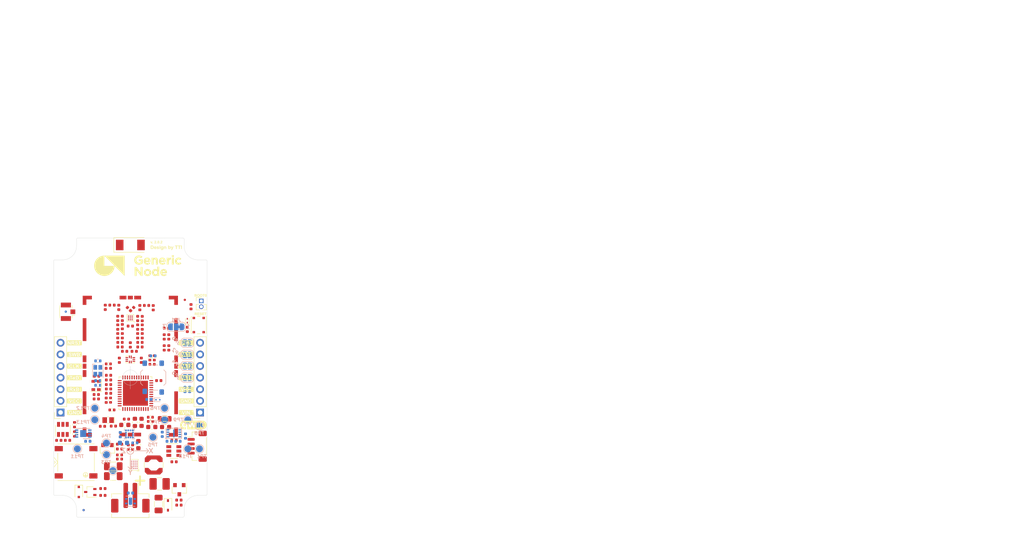
<source format=kicad_pcb>
(kicad_pcb (version 20171130) (host pcbnew "(5.1.7)-1")
  (title_block (title "Generic Node SE") (date 2020-10-12) (rev 2.0.2) (company "The Things Industries") (comment 1 "drawn by: Orkhan AmirAslan (azerimaker)"))
  (layers (0 Top.HF mixed) (1 In1.PWR mixed) (2 In2.GND power) (31 B.LF mixed) (34 B.Paste user) (35 F.Paste user) (36 B.SilkS user) (37 F.SilkS user) (38 B.Mask user) (39 F.Mask user) (44 Edge.Cuts user))
  (net 0 "")
  (net 1 GND)
  (net 2 +BATT)
  (net 3 "/LoRa MCU/PB2")
  (net 4 /Peripherals/VCC_SENSORS)
  (net 5 "/LoRa MCU/NRST")
  (net 6 "/LoRa MCU/PB3")
  (net 7 VDDA)
  (net 8 VDDRF)
  (net 9 OSC_IN)
  (net 10 OSC32_IN)
  (net 11 OSC32_OUT)
  (net 12 "/LoRa MCU/RFI_P")
  (net 13 "Net-(C35-Pad2)")
  (net 14 VDDRF1V55)
  (net 15 "Net-(C45-Pad2)")
  (net 16 "Net-(C51-Pad2)")
  (net 17 "Net-(C52-Pad2)")
  (net 18 PB0_VDD_TCXO)
  (net 19 VDDPA)
  (net 20 "Net-(D3-Pad1)")
  (net 21 "Net-(D3-Pad2)")
  (net 22 "/LoRa MCU/SWCLK")
  (net 23 "/LoRa MCU/SWDIO")
  (net 24 FE_CTRL3)
  (net 25 "Net-(L1-Pad1)")
  (net 26 "Net-(L1-Pad2)")
  (net 27 "Net-(L3-Pad1)")
  (net 28 VLXSMPS)
  (net 29 "Net-(Q2-Pad1)")
  (net 30 "/LoRa MCU/PB4")
  (net 31 /Peripherals/FlashCS)
  (net 32 FE_CTRL1)
  (net 33 FE_CTRL2)
  (net 34 /Peripherals/MOSI)
  (net 35 /Peripherals/MISO)
  (net 36 "/LoRa MCU/BOOT0")
  (net 37 "Net-(C2-Pad1)")
  (net 38 "/LoRa MCU/RFI_N")
  (net 39 "Net-(C37-Pad2)")
  (net 40 "Net-(C48-Pad2)")
  (net 41 "Net-(D2-Pad1)")
  (net 42 "Net-(D2-Pad2)")
  (net 43 "Net-(F1-Pad2)")
  (net 44 "Net-(JP2-Pad2)")
  (net 45 "Net-(C32-Pad2)")
  (net 46 "Net-(C36-Pad2)")
  (net 47 "Net-(C38-Pad2)")
  (net 48 "Net-(C42-Pad2)")
  (net 49 /Peripherals/VCC_LS2)
  (net 50 "Net-(D3-Pad4)")
  (net 51 "/LoRa MCU/PA09_SCL1")
  (net 52 "/LoRa MCU/PA10_SDA1")
  (net 53 "/LoRa MCU/PA2_TxD2")
  (net 54 "/LoRa MCU/PA3_RxD2")
  (net 55 "/LoRa MCU/PA11_SDA2")
  (net 56 "/LoRa MCU/PA12_SCL2")
  (net 57 "/LoRa MCU/PA5_SCK1")
  (net 58 "Net-(JP1-Pad2)")
  (net 59 "Net-(JP3-Pad1)")
  (net 60 "Net-(L2-Pad1)")
  (net 61 "/Power Supply/LS1_SENSORS_EN")
  (net 62 "/Power Supply/LS2_EN")
  (net 63 "Net-(R5-Pad2)")
  (net 64 "Net-(R11-Pad2)")
  (net 65 "Net-(R12-Pad2)")
  (net 66 Vin)
  (net 67 "/LoRa MCU/PA15")
  (net 68 "/LoRa MCU/PB5")
  (net 69 "/LoRa MCU/PB6")
  (net 70 "/LoRa MCU/PB7")
  (net 71 "/LoRa MCU/PA8")
  (net 72 "Net-(AE1-Pad2)")
  (net 73 "Net-(C25-Pad2)")
  (net 74 "Net-(C31-Pad2)")
  (net 75 "Net-(C33-Pad1)")
  (net 76 "Net-(C34-Pad2)")
  (net 77 "Net-(C41-Pad2)")
  (net 78 "Net-(C43-Pad1)")
  (net 79 "Net-(C44-Pad2)")
  (net 80 "Net-(C47-Pad2)")
  (net 81 "Net-(C50-Pad2)")
  (net 82 "Net-(C51-Pad1)")
  (net 83 "Net-(C56-Pad2)")
  (net 84 "Net-(C64-Pad2)")
  (net 85 "Net-(JP4-Pad1)")
  (net 86 "Net-(U2-Pad2)")
  (net 87 "Net-(JP6-Pad2)")
  (module node-lib-v1:PCBStackup_FabDrawing-4Layer-Metric (layer Top.HF) (at 150 70)
    (fp_text reference REF** hide)
    (fp_text value FabDrawing-4Layer hide)
  )
  (module Package_DFN_QFN:DFN-8-1EP_3x2mm_P0.5mm_EP1.3x1.5mm (layer B.LF) (at 74.7 117.229803)
    (fp_text reference U11 hide)
    (fp_text value ATECC608A-TNGLORAU)
    (pad 9 smd rect (at 0 0) (size 1.3 1.5) (layers B.LF B.Mask) (net 1 GND))
    (pad 8 smd rect (at 1.45 0.75) (size 0.75 0.3) (layers B.LF B.Paste B.Mask) (net 4 /Peripherals/VCC_SENSORS))
    (pad 7 smd rect (at 1.45 0.25) (size 0.75 0.3) (layers B.LF B.Paste B.Mask))
    (pad 6 smd rect (at 1.45 -0.25) (size 0.75 0.3) (layers B.LF B.Paste B.Mask) (net 51 "/LoRa MCU/PA09_SCL1"))
    (pad 5 smd rect (at 1.45 -0.75) (size 0.75 0.3) (layers B.LF B.Paste B.Mask) (net 52 "/LoRa MCU/PA10_SDA1"))
    (pad 4 smd rect (at -1.45 -0.75) (size 0.75 0.3) (layers B.LF B.Paste B.Mask) (net 1 GND))
    (pad 3 smd rect (at -1.45 -0.25) (size 0.75 0.3) (layers B.LF B.Paste B.Mask))
    (pad 2 smd rect (at -1.45 0.25) (size 0.75 0.3) (layers B.LF B.Paste B.Mask))
    (pad 1 smd rect (at -1.45 0.75) (size 0.75 0.3) (layers B.LF B.Paste B.Mask))
  )
  (module node-lib-v1:Sensirion_DFN-4-1EP_2x2mm_P1mm_EP0.7x1.6mm (layer B.LF) (at 85.0254 132.0129 180)
    (fp_text reference U10 hide)
    (fp_text value SHTC3)
    (pad 1 smd roundrect (at -0.925 0.5 180) (size 0.55 0.35) (layers B.LF B.Mask) (net 4 /Peripherals/VCC_SENSORS))
    (pad 2 smd roundrect (at -0.925 -0.5 180) (size 0.55 0.35) (layers B.LF B.Mask) (net 51 "/LoRa MCU/PA09_SCL1"))
    (pad 3 smd roundrect (at 0.925 -0.5 180) (size 0.55 0.35) (layers B.LF B.Mask) (net 52 "/LoRa MCU/PA10_SDA1"))
    (pad 4 smd roundrect (at 0.925 0.5 180) (size 0.55 0.35) (layers B.LF B.Mask) (net 1 GND))
    (pad 5 smd roundrect (at 0 0 180) (size 0.7 1.6) (layers B.LF B.Mask))
  )
  (module node-lib-v1:FLASH_UFDFN-8-MX25R1635F (layer B.LF) (at 94.512 117.173902)
    (fp_text reference U8 hide)
    (fp_text value MX25R1635)
    (pad 1 smd rect (at -1.3 0.75) (size 0.6 0.27) (layers B.LF B.Paste B.Mask) (net 31 /Peripherals/FlashCS))
    (pad 2 smd rect (at -1.3 0.25) (size 0.6 0.27) (layers B.LF B.Paste B.Mask) (net 35 /Peripherals/MISO))
    (pad 3 smd rect (at -1.3 -0.25) (size 0.6 0.27) (layers B.LF B.Paste B.Mask) (net 65 "Net-(R12-Pad2)"))
    (pad 4 smd rect (at -1.3 -0.75) (size 0.6 0.27) (layers B.LF B.Paste B.Mask) (net 1 GND))
    (pad 5 smd rect (at 1.3 -0.75) (size 0.6 0.27) (layers B.LF B.Paste B.Mask) (net 34 /Peripherals/MOSI))
    (pad 6 smd rect (at 1.3 -0.25) (size 0.6 0.27) (layers B.LF B.Paste B.Mask) (net 57 "/LoRa MCU/PA5_SCK1"))
    (pad 7 smd rect (at 1.3 0.25) (size 0.6 0.27) (layers B.LF B.Paste B.Mask) (net 64 "Net-(R11-Pad2)"))
    (pad 8 smd rect (at 1.3 0.75) (size 0.6 0.27) (layers B.LF B.Paste B.Mask) (net 49 /Peripherals/VCC_LS2))
    (pad 9 smd rect (at 0 0) (size 0.3 1.7) (layers B.LF B.Paste B.Mask) (net 1 GND))
  )
  (module node-lib-v1:RFSW_BGS13S4N9E6327XTSA1 (layer Top.HF) (at 85 91.95 180)
    (fp_text reference U7 hide)
    (fp_text value BGS13S4N9 hide)
    (pad 1 smd roundrect (at -0.4 -0.4 270) (size 0.25 0.25) (layers Top.HF F.Mask) (roundrect_rratio 0.08) (net 40 "Net-(C48-Pad2)"))
    (pad 2 smd roundrect (at -0.4 0 270) (size 0.25 0.25) (layers Top.HF F.Mask) (roundrect_rratio 0.08) (net 15 "Net-(C45-Pad2)"))
    (pad 3 smd roundrect (at -0.4 0.4 270) (size 0.25 0.25) (layers Top.HF F.Mask) (roundrect_rratio 0.08) (net 74 "Net-(C31-Pad2)"))
    (pad 4 smd roundrect (at 0 0.4 270) (size 0.25 0.25) (layers Top.HF F.Mask) (roundrect_rratio 0.08) (net 82 "Net-(C51-Pad1)"))
    (pad 5 smd roundrect (at 0.4 0.4 270) (size 0.25 0.25) (layers Top.HF F.Mask) (roundrect_rratio 0.08) (net 79 "Net-(C44-Pad2)"))
    (pad 6 smd roundrect (at 0.4 0 270) (size 0.25 0.25) (layers Top.HF F.Mask) (roundrect_rratio 0.08) (net 1 GND))
    (pad 7 smd roundrect (at 0.4 -0.4 270) (size 0.25 0.25) (layers Top.HF F.Mask) (roundrect_rratio 0.08) (net 81 "Net-(C50-Pad2)"))
    (pad 8 smd roundrect (at 0 -0.4 270) (size 0.25 0.25) (layers Top.HF F.Mask) (roundrect_rratio 0.08) (net 80 "Net-(C47-Pad2)"))
    (pad 9 smd roundrect (at 0 0 270) (size 0.25 0.25) (layers Top.HF F.Mask) (roundrect_rratio 0.08) (net 1 GND))
  )
  (module Package_DFN_QFN:UQFN-10_1.4x1.8mm_P0.4mm (layer Top.HF) (at 85 101.0217 270)
    (fp_text reference U6 hide)
    (fp_text value TS3A5223RSWR)
    (pad 2 smd rect (at -0.5685 0.2 270) (size 0.563 0.225) (layers Top.HF F.Paste F.Mask) (net 14 VDDRF1V55))
    (pad 3 smd rect (at -0.4 0.7685 270) (size 0.225 0.563) (layers Top.HF F.Paste F.Mask) (net 19 VDDPA))
    (pad 4 smd rect (at 0 0.7685 270) (size 0.225 0.563) (layers Top.HF F.Paste F.Mask) (net 32 FE_CTRL1))
    (pad 5 smd rect (at 0.4 0.7685 270) (size 0.225 0.563) (layers Top.HF F.Paste F.Mask) (net 8 VDDRF))
    (pad 6 smd rect (at 0.5685 0.2 270) (size 0.563 0.225) (layers Top.HF F.Paste F.Mask) (net 1 GND))
    (pad 7 smd rect (at 0.5685 -0.2 270) (size 0.563 0.225) (layers Top.HF F.Paste F.Mask) (net 45 "Net-(C32-Pad2)"))
    (pad 8 smd rect (at 0.4 -0.7685 270) (size 0.225 0.563) (layers Top.HF F.Paste F.Mask) (net 32 FE_CTRL1))
    (pad 9 smd rect (at 0 -0.7685 270) (size 0.225 0.563) (layers Top.HF F.Paste F.Mask) (net 73 "Net-(C25-Pad2)"))
    (pad 10 smd rect (at -0.4 -0.7685 270) (size 0.225 0.563) (layers Top.HF F.Paste F.Mask) (net 75 "Net-(C33-Pad1)"))
    (pad 1 smd rect (at -0.5185 -0.2 270) (size 0.663 0.225) (layers Top.HF F.Paste F.Mask) (net 8 VDDRF))
  )
  (module Package_DFN_QFN:QFN-48-1EP_7x7mm_P0.5mm_EP5.45x5.45mm (layer Top.HF) (at 86.12 108.4085 180)
    (fp_text reference U5 hide)
    (fp_text value STM32WLxx_QFN48)
    (pad 49 smd rect (at 0 0 180) (size 5.45 5.45) (layers Top.HF F.Mask) (net 1 GND))
    (pad 48 smd roundrect (at -2.75 -3.45 180) (size 0.25 0.85) (layers Top.HF F.Paste F.Mask) (net 1 GND))
    (pad 47 smd roundrect (at -2.25 -3.45 180) (size 0.25 0.85) (layers Top.HF F.Paste F.Mask) (net 28 VLXSMPS))
    (pad 46 smd roundrect (at -1.75 -3.45 180) (size 0.25 0.85) (layers Top.HF F.Paste F.Mask) (net 8 VDDRF))
    (pad 45 smd roundrect (at -1.25 -3.45 180) (size 0.25 0.85) (layers Top.HF F.Paste F.Mask) (net 14 VDDRF1V55))
    (pad 44 smd roundrect (at -0.75 -3.45 180) (size 0.25 0.85) (layers Top.HF F.Paste F.Mask) (net 8 VDDRF))
    (pad 43 smd roundrect (at -0.25 -3.45 180) (size 0.25 0.85) (layers Top.HF F.Paste F.Mask) (net 67 "/LoRa MCU/PA15"))
    (pad 42 smd roundrect (at 0.25 -3.45 180) (size 0.25 0.85) (layers Top.HF F.Paste F.Mask) (net 22 "/LoRa MCU/SWCLK"))
    (pad 41 smd roundrect (at 0.75 -3.45 180) (size 0.25 0.85) (layers Top.HF F.Paste F.Mask) (net 7 VDDA))
    (pad 40 smd roundrect (at 1.25 -3.45 180) (size 0.25 0.85) (layers Top.HF F.Paste F.Mask) (net 11 OSC32_OUT))
    (pad 39 smd roundrect (at 1.75 -3.45 180) (size 0.25 0.85) (layers Top.HF F.Paste F.Mask) (net 10 OSC32_IN))
    (pad 38 smd roundrect (at 2.25 -3.45 180) (size 0.25 0.85) (layers Top.HF F.Paste F.Mask) (net 62 "/Power Supply/LS2_EN"))
    (pad 37 smd roundrect (at 2.75 -3.45 180) (size 0.25 0.85) (layers Top.HF F.Paste F.Mask) (net 8 VDDRF))
    (pad 36 smd roundrect (at 3.45 -2.75 180) (size 0.85 0.25) (layers Top.HF F.Paste F.Mask) (net 23 "/LoRa MCU/SWDIO"))
    (pad 35 smd roundrect (at 3.45 -2.25 180) (size 0.85 0.25) (layers Top.HF F.Paste F.Mask) (net 56 "/LoRa MCU/PA12_SCL2"))
    (pad 34 smd roundrect (at 3.45 -1.75 180) (size 0.85 0.25) (layers Top.HF F.Paste F.Mask) (net 55 "/LoRa MCU/PA11_SDA2"))
    (pad 33 smd roundrect (at 3.45 -1.25 180) (size 0.85 0.25) (layers Top.HF F.Paste F.Mask) (net 52 "/LoRa MCU/PA10_SDA1"))
    (pad 32 smd roundrect (at 3.45 -0.75 180) (size 0.85 0.25) (layers Top.HF F.Paste F.Mask) (net 61 "/Power Supply/LS1_SENSORS_EN"))
    (pad 31 smd roundrect (at 3.45 -0.25 180) (size 0.85 0.25) (layers Top.HF F.Paste F.Mask) (net 3 "/LoRa MCU/PB2"))
    (pad 30 smd roundrect (at 3.45 0.25 180) (size 0.85 0.25) (layers Top.HF F.Paste F.Mask) (net 18 PB0_VDD_TCXO))
    (pad 29 smd roundrect (at 3.45 0.75 180) (size 0.85 0.25) (layers Top.HF F.Paste F.Mask) (net 14 VDDRF1V55))
    (pad 28 smd roundrect (at 3.45 1.25 180) (size 0.85 0.25) (layers Top.HF F.Paste F.Mask) (net 8 VDDRF))
    (pad 27 smd roundrect (at 3.45 1.75 180) (size 0.85 0.25) (layers Top.HF F.Paste F.Mask))
    (pad 26 smd roundrect (at 3.45 2.25 180) (size 0.85 0.25) (layers Top.HF F.Paste F.Mask) (net 9 OSC_IN))
    (pad 25 smd roundrect (at 3.45 2.75 180) (size 0.85 0.25) (layers Top.HF F.Paste F.Mask) (net 19 VDDPA))
    (pad 24 smd roundrect (at 2.75 3.45 180) (size 0.25 0.85) (layers Top.HF F.Paste F.Mask) (net 73 "Net-(C25-Pad2)"))
    (pad 23 smd roundrect (at 2.25 3.45 180) (size 0.25 0.85) (layers Top.HF F.Paste F.Mask) (net 27 "Net-(L3-Pad1)"))
    (pad 22 smd roundrect (at 1.75 3.45 180) (size 0.25 0.85) (layers Top.HF F.Paste F.Mask) (net 60 "Net-(L2-Pad1)"))
    (pad 21 smd roundrect (at 1.25 3.45 180) (size 0.25 0.85) (layers Top.HF F.Paste F.Mask) (net 38 "/LoRa MCU/RFI_N"))
    (pad 20 smd roundrect (at 0.75 3.45 180) (size 0.25 0.85) (layers Top.HF F.Paste F.Mask) (net 12 "/LoRa MCU/RFI_P"))
    (pad 19 smd roundrect (at 0.25 3.45 180) (size 0.25 0.85) (layers Top.HF F.Paste F.Mask) (net 36 "/LoRa MCU/BOOT0"))
    (pad 18 smd roundrect (at -0.25 3.45 180) (size 0.25 0.85) (layers Top.HF F.Paste F.Mask) (net 5 "/LoRa MCU/NRST"))
    (pad 17 smd roundrect (at -0.75 3.45 180) (size 0.25 0.85) (layers Top.HF F.Paste F.Mask) (net 51 "/LoRa MCU/PA09_SCL1"))
    (pad 16 smd roundrect (at -1.25 3.45 180) (size 0.25 0.85) (layers Top.HF F.Paste F.Mask) (net 71 "/LoRa MCU/PA8"))
    (pad 15 smd roundrect (at -1.75 3.45 180) (size 0.25 0.85) (layers Top.HF F.Paste F.Mask) (net 34 /Peripherals/MOSI))
    (pad 14 smd roundrect (at -2.25 3.45 180) (size 0.25 0.85) (layers Top.HF F.Paste F.Mask) (net 35 /Peripherals/MISO))
    (pad 13 smd roundrect (at -2.75 3.45 180) (size 0.25 0.85) (layers Top.HF F.Paste F.Mask) (net 57 "/LoRa MCU/PA5_SCK1"))
    (pad 12 smd roundrect (at -3.45 2.75 180) (size 0.85 0.25) (layers Top.HF F.Paste F.Mask) (net 31 /Peripherals/FlashCS))
    (pad 11 smd roundrect (at -3.45 2.25 180) (size 0.85 0.25) (layers Top.HF F.Paste F.Mask) (net 8 VDDRF))
    (pad 10 smd roundrect (at -3.45 1.75 180) (size 0.85 0.25) (layers Top.HF F.Paste F.Mask) (net 54 "/LoRa MCU/PA3_RxD2"))
    (pad 9 smd roundrect (at -3.45 1.25 180) (size 0.85 0.25) (layers Top.HF F.Paste F.Mask) (net 53 "/LoRa MCU/PA2_TxD2"))
    (pad 8 smd roundrect (at -3.45 0.75 180) (size 0.85 0.25) (layers Top.HF F.Paste F.Mask) (net 33 FE_CTRL2))
    (pad 7 smd roundrect (at -3.45 0.25 180) (size 0.85 0.25) (layers Top.HF F.Paste F.Mask) (net 32 FE_CTRL1))
    (pad 6 smd roundrect (at -3.45 -0.25 180) (size 0.85 0.25) (layers Top.HF F.Paste F.Mask) (net 24 FE_CTRL3))
    (pad 5 smd roundrect (at -3.45 -0.75 180) (size 0.85 0.25) (layers Top.HF F.Paste F.Mask) (net 70 "/LoRa MCU/PB7"))
    (pad 4 smd roundrect (at -3.45 -1.25 180) (size 0.85 0.25) (layers Top.HF F.Paste F.Mask) (net 69 "/LoRa MCU/PB6"))
    (pad 3 smd roundrect (at -3.45 -1.75 180) (size 0.85 0.25) (layers Top.HF F.Paste F.Mask) (net 68 "/LoRa MCU/PB5"))
    (pad 2 smd roundrect (at -3.45 -2.25 180) (size 0.85 0.25) (layers Top.HF F.Paste F.Mask) (net 30 "/LoRa MCU/PB4"))
    (pad 1 smd roundrect (at -3.45 -2.75 180) (size 0.85 0.25) (layers Top.HF F.Paste F.Mask) (net 6 "/LoRa MCU/PB3"))
  )
  (module node-lib-v1:WLCSP-20-P3_1.994x1.609mm_Layout5x4_P0.4mm (layer Top.HF) (at 85.85 124.08 90)
    (fp_text reference U4 hide)
    (fp_text value RP605Z283B)
    (pad A1 smd circle (at -0.8 0.6 90) (size 0.21 0.21) (layers Top.HF F.Paste F.Mask) (net 2 +BATT))
    (pad B1 smd circle (at -0.8 0.2 90) (size 0.21 0.21) (layers Top.HF F.Paste F.Mask) (net 2 +BATT))
    (pad C1 smd circle (at -0.8 -0.2 90) (size 0.21 0.21) (layers Top.HF F.Paste F.Mask) (net 2 +BATT))
    (pad D1 smd circle (at -0.8 -0.6 90) (size 0.21 0.21) (layers Top.HF F.Paste F.Mask) (net 2 +BATT))
    (pad A2 smd circle (at -0.4 0.6 90) (size 0.21 0.21) (layers Top.HF F.Paste F.Mask) (net 26 "Net-(L1-Pad2)"))
    (pad B2 smd circle (at -0.4 0.2 90) (size 0.21 0.21) (layers Top.HF F.Paste F.Mask) (net 26 "Net-(L1-Pad2)"))
    (pad C2 smd circle (at -0.4 -0.2 90) (size 0.21 0.21) (layers Top.HF F.Paste F.Mask) (net 26 "Net-(L1-Pad2)"))
    (pad D2 smd circle (at -0.4 -0.6 90) (size 0.21 0.21) (layers Top.HF F.Paste F.Mask) (net 86 "Net-(U2-Pad2)"))
    (pad A3 smd circle (at 0 0.6 90) (size 0.21 0.21) (layers Top.HF F.Paste F.Mask) (net 1 GND))
    (pad B3 smd circle (at 0 0.2 90) (size 0.21 0.21) (layers Top.HF F.Paste F.Mask) (net 1 GND))
    (pad C3 smd circle (at 0 -0.2 90) (size 0.21 0.21) (layers Top.HF F.Paste F.Mask) (net 1 GND))
    (pad D3 smd circle (at 0 -0.6 90) (size 0.21 0.21) (layers Top.HF F.Paste F.Mask) (net 1 GND))
    (pad A4 smd circle (at 0.4 0.6 90) (size 0.21 0.21) (layers Top.HF F.Paste F.Mask) (net 25 "Net-(L1-Pad1)"))
    (pad B4 smd circle (at 0.4 0.2 90) (size 0.21 0.21) (layers Top.HF F.Paste F.Mask) (net 25 "Net-(L1-Pad1)"))
    (pad C4 smd circle (at 0.4 -0.2 90) (size 0.21 0.21) (layers Top.HF F.Paste F.Mask) (net 25 "Net-(L1-Pad1)"))
    (pad D4 smd circle (at 0.4 -0.6 90) (size 0.21 0.21) (layers Top.HF F.Paste F.Mask) (net 30 "/LoRa MCU/PB4"))
    (pad A5 smd circle (at 0.8 0.6 90) (size 0.21 0.21) (layers Top.HF F.Paste F.Mask) (net 8 VDDRF))
    (pad B5 smd circle (at 0.8 0.2 90) (size 0.21 0.21) (layers Top.HF F.Paste F.Mask) (net 8 VDDRF))
    (pad C5 smd circle (at 0.8 -0.2 90) (size 0.21 0.21) (layers Top.HF F.Paste F.Mask) (net 8 VDDRF))
    (pad D5 smd circle (at 0.8 -0.6 90) (size 0.21 0.21) (layers Top.HF F.Paste F.Mask) (net 3 "/LoRa MCU/PB2"))
  )
  (module Package_TO_SOT_SMD:SOT-23-6 (layer Top.HF) (at 94.5 121.05)
    (fp_text reference U3 hide)
    (fp_text value TPS22917DBV)
    (pad 5 smd rect (at 1.1 0) (size 1.06 0.65) (layers Top.HF F.Paste F.Mask) (net 49 /Peripherals/VCC_LS2))
    (pad 6 smd rect (at 1.1 -0.95) (size 1.06 0.65) (layers Top.HF F.Paste F.Mask) (net 49 /Peripherals/VCC_LS2))
    (pad 4 smd rect (at 1.1 0.95) (size 1.06 0.65) (layers Top.HF F.Paste F.Mask))
    (pad 3 smd rect (at -1.1 0.95) (size 1.06 0.65) (layers Top.HF F.Paste F.Mask) (net 62 "/Power Supply/LS2_EN"))
    (pad 2 smd rect (at -1.1 0) (size 1.06 0.65) (layers Top.HF F.Paste F.Mask) (net 1 GND))
    (pad 1 smd rect (at -1.1 -0.95) (size 1.06 0.65) (layers Top.HF F.Paste F.Mask) (net 8 VDDRF))
  )
  (module Package_TO_SOT_SMD:SOT-23 (layer Top.HF) (at 80 120.75 270)
    (fp_text reference U2 hide)
    (fp_text value TPS3839G25)
    (pad 3 smd rect (at 1 0 270) (size 0.9 0.8) (layers Top.HF F.Paste F.Mask) (net 2 +BATT))
    (pad 2 smd rect (at -1 0.95 270) (size 0.9 0.8) (layers Top.HF F.Paste F.Mask) (net 86 "Net-(U2-Pad2)"))
    (pad 1 smd rect (at -1 -0.95 270) (size 0.9 0.8) (layers Top.HF F.Paste F.Mask) (net 1 GND))
  )
  (module Resistor_SMD:R_0402_1005Metric (layer B.LF) (at 77.915 106.675 180)
    (fp_text reference R21 hide)
    (fp_text value 1K)
    (pad 2 smd roundrect (at 0.51 0 180) (size 0.54 0.64) (layers B.LF B.Paste B.Mask) (net 20 "Net-(D3-Pad1)"))
    (pad 1 smd roundrect (at -0.51 0 180) (size 0.54 0.64) (layers B.LF B.Paste B.Mask) (net 68 "/LoRa MCU/PB5"))
  )
  (module Inductor_SMD:L_0402_1005Metric (layer Top.HF) (at 98.25 89.5 270)
    (fp_text reference R20 hide)
    (fp_text value 10K)
    (pad 2 smd roundrect (at 0.485 0 270) (size 0.59 0.64) (layers Top.HF F.Paste F.Mask) (net 36 "/LoRa MCU/BOOT0"))
    (pad 1 smd roundrect (at -0.485 0 270) (size 0.59 0.64) (layers Top.HF F.Paste F.Mask) (net 1 GND))
  )
  (module Resistor_SMD:R_0402_1005Metric (layer Top.HF) (at 72.808 117.319 90)
    (fp_text reference R14 hide)
    (fp_text value 4K7)
    (pad 2 smd roundrect (at 0.51 0 90) (size 0.54 0.64) (layers Top.HF F.Paste F.Mask) (net 4 /Peripherals/VCC_SENSORS))
    (pad 1 smd roundrect (at -0.51 0 90) (size 0.54 0.64) (layers Top.HF F.Paste F.Mask) (net 51 "/LoRa MCU/PA09_SCL1"))
  )
  (module Jumper:SolderJumper-2_P1.3mm_Bridged2Bar_RoundedPad1.0x1.5mm (layer B.LF) (at 97.446 97.38)
    (fp_text reference JP6 (at -2.446 -0.48 135) (layer B.SilkS) (effects (font (size 0.7 0.8) (thickness 0.15) italic) (justify mirror)))
    (fp_text value BTN_CUT)
    (fp_poly (pts (xy -0.25 0.6) (xy 0.25 0.6) (xy 0.25 0.2) (xy -0.25 0.2)) (layer B.LF) (width 0))
    (fp_poly (pts (xy -0.25 -0.2) (xy 0.25 -0.2) (xy 0.25 -0.6) (xy -0.25 -0.6)) (layer B.LF) (width 0))
    (pad 1 smd custom (at -0.65 0) (size 1 0.5) (layers B.LF B.Mask) (net 6 "/LoRa MCU/PB3") (options (clearance outline) (anchor rect)) (primitives (gr_circle (center 0 -0.25) (end 0.5 -0.25) (width 0)) (gr_circle (center 0 0.25) (end 0.5 0.25) (width 0)) (gr_poly (pts (xy 0.5 -0.75) (xy 0.5 0.75) (xy 0 0.75) (xy 0 -0.75)) (width 0))))
    (pad 2 smd custom (at 0.65 0) (size 1 0.5) (layers B.LF B.Mask) (net 87 "Net-(JP6-Pad2)") (options (clearance outline) (anchor rect)) (primitives (gr_circle (center 0 -0.25) (end 0.5 -0.25) (width 0)) (gr_circle (center 0 0.25) (end 0.5 0.25) (width 0)) (gr_poly (pts (xy -0.5 -0.75) (xy -0.5 0.75) (xy 0 0.75) (xy 0 -0.75)) (width 0))))
  )
  (module Connector_PinHeader_1.27mm:PinHeader_1x02_P1.27mm_Vertical (layer Top.HF) (at 100.494 88.236)
    (fp_text reference JP5 hide)
    (fp_text value BOOT0)
    (pad 2 thru_hole oval (at 0 1.27) (size 1 1) (drill 0.65) (layers *.Cu *.Mask) (net 36 "/LoRa MCU/BOOT0"))
    (pad 1 thru_hole rect (at 0 0) (size 1 1) (drill 0.65) (layers *.Cu *.Mask) (net 8 VDDRF))
  )
  (module Jumper:SolderJumper-2_P1.3mm_Bridged2Bar_RoundedPad1.0x1.5mm (layer B.LF) (at 97.446 102.46)
    (fp_text reference JP4 (at -2.446 -0.46 135) (layer B.SilkS) (effects (font (size 0.7 0.8) (thickness 0.15) italic) (justify mirror)))
    (fp_text value SCL2_CUT)
    (fp_poly (pts (xy -0.25 0.6) (xy 0.25 0.6) (xy 0.25 0.2) (xy -0.25 0.2)) (layer B.LF) (width 0))
    (fp_poly (pts (xy -0.25 -0.2) (xy 0.25 -0.2) (xy 0.25 -0.6) (xy -0.25 -0.6)) (layer B.LF) (width 0))
    (pad 1 smd custom (at -0.65 0) (size 1 0.5) (layers B.LF B.Mask) (net 85 "Net-(JP4-Pad1)") (options (clearance outline) (anchor rect)) (primitives (gr_circle (center 0 -0.25) (end 0.5 -0.25) (width 0)) (gr_circle (center 0 0.25) (end 0.5 0.25) (width 0)) (gr_poly (pts (xy 0.5 -0.75) (xy 0.5 0.75) (xy 0 0.75) (xy 0 -0.75)) (width 0))))
    (pad 2 smd custom (at 0.65 0) (size 1 0.5) (layers B.LF B.Mask) (net 56 "/LoRa MCU/PA12_SCL2") (options (clearance outline) (anchor rect)) (primitives (gr_circle (center 0 -0.25) (end 0.5 -0.25) (width 0)) (gr_circle (center 0 0.25) (end 0.5 0.25) (width 0)) (gr_poly (pts (xy -0.5 -0.75) (xy -0.5 0.75) (xy 0 0.75) (xy 0 -0.75)) (width 0))))
  )
  (module Connector_PinSocket_2.54mm:PinSocket_1x07_P2.54mm_Vertical (layer Top.HF) (at 100.24 112.62 180)
    (fp_text reference J9 hide)
    (fp_text value UART/I2C)
    (pad 7 thru_hole oval (at 0 15.24 180) (size 1.7 1.7) (drill 1) (layers *.Cu *.Mask) (net 6 "/LoRa MCU/PB3"))
    (pad 6 thru_hole oval (at 0 12.7 180) (size 1.7 1.7) (drill 1) (layers *.Cu *.Mask) (net 67 "/LoRa MCU/PA15"))
    (pad 5 thru_hole oval (at 0 10.16 180) (size 1.7 1.7) (drill 1) (layers *.Cu *.Mask) (net 56 "/LoRa MCU/PA12_SCL2"))
    (pad 4 thru_hole oval (at 0 7.62 180) (size 1.7 1.7) (drill 1) (layers *.Cu *.Mask) (net 55 "/LoRa MCU/PA11_SDA2"))
    (pad 3 thru_hole oval (at 0 5.08 180) (size 1.7 1.7) (drill 1) (layers *.Cu *.Mask) (net 8 VDDRF))
    (pad 2 thru_hole oval (at 0 2.54 180) (size 1.7 1.7) (drill 1) (layers *.Cu *.Mask) (net 1 GND))
    (pad 1 thru_hole rect (at 0 0 180) (size 1.7 1.7) (drill 1) (layers *.Cu *.Mask) (net 66 Vin))
  )
  (module Capacitor_SMD:C_0402_1005Metric (layer B.LF) (at 86 119.27 180)
    (fp_text reference C59 hide)
    (fp_text value 100nF)
    (pad 2 smd roundrect (at 0.48 0 180) (size 0.56 0.62) (layers B.LF B.Paste B.Mask) (net 4 /Peripherals/VCC_SENSORS))
    (pad 1 smd roundrect (at -0.48 0 180) (size 0.56 0.62) (layers B.LF B.Paste B.Mask) (net 1 GND))
  )
  (module Capacitor_SMD:C_0603_1608Metric (layer B.LF) (at 83.5 119.27)
    (fp_text reference C58 hide)
    (fp_text value 10uF)
    (pad 2 smd roundrect (at 0.775 0) (size 0.9 0.95) (layers B.LF B.Paste B.Mask) (net 4 /Peripherals/VCC_SENSORS))
    (pad 1 smd roundrect (at -0.775 0) (size 0.9 0.95) (layers B.LF B.Paste B.Mask) (net 1 GND))
  )
  (module Capacitor_SMD:C_0402_1005Metric (layer Top.HF) (at 89.3812 113.6612)
    (fp_text reference C29 hide)
    (fp_text value 100nF)
    (pad 2 smd roundrect (at 0.48 0) (size 0.56 0.62) (layers Top.HF F.Paste F.Mask) (net 1 GND))
    (pad 1 smd roundrect (at -0.48 0) (size 0.56 0.62) (layers Top.HF F.Paste F.Mask) (net 8 VDDRF))
  )
  (module Capacitor_SMD:C_0603_1608Metric (layer Top.HF) (at 89.686 115.7948)
    (fp_text reference C27 hide)
    (fp_text value 4.7uF)
    (pad 2 smd roundrect (at 0.775 0) (size 0.9 0.95) (layers Top.HF F.Paste F.Mask) (net 1 GND))
    (pad 1 smd roundrect (at -0.775 0) (size 0.9 0.95) (layers Top.HF F.Paste F.Mask) (net 8 VDDRF))
  )
  (module Capacitor_SMD:C_0402_1005Metric (layer Top.HF) (at 80.9865 112.061 180)
    (fp_text reference C16 hide)
    (fp_text value 100nF)
    (pad 2 smd roundrect (at 0.48 0 180) (size 0.56 0.62) (layers Top.HF F.Paste F.Mask) (net 1 GND))
    (pad 1 smd roundrect (at -0.48 0 180) (size 0.56 0.62) (layers Top.HF F.Paste F.Mask) (net 8 VDDRF))
  )
  (module Capacitor_SMD:C_0603_1608Metric (layer Top.HF) (at 83.7932 115.3376 180)
    (fp_text reference C15 hide)
    (fp_text value 4.7uF)
    (pad 2 smd roundrect (at 0.775 0 180) (size 0.9 0.95) (layers Top.HF F.Paste F.Mask) (net 1 GND))
    (pad 1 smd roundrect (at -0.775 0 180) (size 0.9 0.95) (layers Top.HF F.Paste F.Mask) (net 7 VDDA))
  )
  (module Capacitor_SMD:C_0402_1005Metric (layer Top.HF) (at 89.3812 114.5756)
    (fp_text reference C14 hide)
    (fp_text value 100nF)
    (pad 2 smd roundrect (at 0.48 0) (size 0.56 0.62) (layers Top.HF F.Paste F.Mask) (net 1 GND))
    (pad 1 smd roundrect (at -0.48 0) (size 0.56 0.62) (layers Top.HF F.Paste F.Mask) (net 8 VDDRF))
  )
  (module Capacitor_SMD:C_0603_1608Metric (layer Top.HF) (at 86.75 119.65 270)
    (fp_text reference C12 hide)
    (fp_text value 22uF)
    (pad 2 smd roundrect (at 0.775 0 270) (size 0.9 0.95) (layers Top.HF F.Paste F.Mask) (net 8 VDDRF))
    (pad 1 smd roundrect (at -0.775 0 270) (size 0.9 0.95) (layers Top.HF F.Paste F.Mask) (net 1 GND))
  )
  (module Capacitor_SMD:C_0402_1005Metric (layer Top.HF) (at 82.64 121.9 180)
    (fp_text reference C6 hide)
    (fp_text value 1uF)
    (pad 2 smd roundrect (at 0.48 0 180) (size 0.56 0.62) (layers Top.HF F.Paste F.Mask) (net 1 GND))
    (pad 1 smd roundrect (at -0.48 0 180) (size 0.56 0.62) (layers Top.HF F.Paste F.Mask) (net 2 +BATT))
  )
  (module node-lib-v1:Logo_design_version_4000px (layer Top.HF) (at 93 76)
    (fp_text reference G*** hide)
    (fp_text value LOGO hide)
  )
  (module node-lib-v1:Antenna_Fractus_NN02-201 (layer Top.HF) (at 85 76)
    (fp_text reference AE1 hide)
    (fp_text value NN02-201)
    (pad 2 smd rect (at 2.325 0 90) (size 2.3 1.65) (layers Top.HF F.Paste F.Mask) (net 72 "Net-(AE1-Pad2)"))
    (pad 1 smd rect (at -2.325 0 90) (size 2.3 1.65) (layers Top.HF F.Paste F.Mask))
  )
  (module node-lib-v1:PinName_RST_6000px (layer Top.HF) (at 100.367 91.03)
    (fp_text reference G*** hide)
    (fp_text value LOGO hide)
  )
  (module node-lib-v1:PinName_BOOT0_6000px (layer Top.HF) (at 100.367 87)
    (fp_text reference G*** hide)
    (fp_text value LOGO hide)
  )
  (module node-lib-v1:PinName_VIN (layer Top.HF) (at 97.192 112.62)
    (fp_text reference G*** hide)
    (fp_text value LOGO hide)
  )
  (module node-lib-v1:PinName_PB3 (layer Top.HF) (at 97.192 97.38)
    (fp_text reference G*** hide)
    (fp_text value LOGO hide)
  )
  (module node-lib-v1:PinName_PA15 (layer Top.HF) (at 97.192 99.92)
    (fp_text reference G*** hide)
    (fp_text value LOGO hide)
  )
  (module node-lib-v1:PinName_PA11 (layer Top.HF) (at 97.192 105)
    (fp_text reference G*** hide)
    (fp_text value LOGO hide)
  )
  (module node-lib-v1:PinName_PA12 (layer Top.HF) (at 97.192 102.46)
    (fp_text reference G*** hide)
    (fp_text value LOGO hide)
  )
  (module node-lib-v1:PinName_VCC (layer Top.HF) (at 97.192 107.54)
    (fp_text reference G*** hide)
    (fp_text value LOGO hide)
  )
  (module node-lib-v1:Logo_GN-4000px (layer Top.HF) (at 86.625 80.525)
    (fp_text reference G*** hide)
    (fp_text value LOGO hide)
  )
  (module node-lib-v1:PinName_GND (layer Top.HF) (at 97.192 110.08)
    (fp_text reference G*** hide)
    (fp_text value LOGO hide)
  )
  (module node-lib-v1:PinName_GND (layer Top.HF) (at 72.808 112.62)
    (fp_text reference G*** hide)
    (fp_text value LOGO hide)
  )
  (module node-lib-v1:PinName_VCC (layer Top.HF) (at 72.808 110.08)
    (fp_text reference G*** hide)
    (fp_text value LOGO hide)
  )
  (module node-lib-v1:PinName_RxD (layer Top.HF) (at 72.808 107.54)
    (fp_text reference G*** hide)
    (fp_text value LOGO hide)
  )
  (module node-lib-v1:PinName_TxD (layer Top.HF) (at 72.808 105)
    (fp_text reference G*** hide)
    (fp_text value LOGO hide)
  )
  (module node-lib-v1:PinName_CLK (layer Top.HF) (at 72.808 102.46)
    (fp_text reference G*** hide)
    (fp_text value LOGO hide)
  )
  (module node-lib-v1:PinName_SWD (layer Top.HF) (at 72.808 99.92)
    (fp_text reference G*** hide)
    (fp_text value LOGO hide)
  )
  (module node-lib-v1:PinName_NRST (layer Top.HF) (at 72.808 97.38)
    (fp_text reference G*** hide)
    (fp_text value LOGO hide)
  )
  (module node-lib-v1:Logo_qwiic_3600px (layer Top.HF) (at 98.8 115.3)
    (fp_text reference G*** hide)
    (fp_text value LOGO hide)
  )
  (module Connector_PinSocket_2.54mm:PinSocket_1x07_P2.54mm_Vertical (layer Top.HF) (at 69.76 112.62 180)
    (fp_text reference J8 hide)
    (fp_text value DEBUG)
    (pad 7 thru_hole oval (at 0 15.24 180) (size 1.7 1.7) (drill 1) (layers *.Cu *.Mask) (net 5 "/LoRa MCU/NRST"))
    (pad 6 thru_hole oval (at 0 12.7 180) (size 1.7 1.7) (drill 1) (layers *.Cu *.Mask) (net 23 "/LoRa MCU/SWDIO"))
    (pad 5 thru_hole oval (at 0 10.16 180) (size 1.7 1.7) (drill 1) (layers *.Cu *.Mask) (net 22 "/LoRa MCU/SWCLK"))
    (pad 4 thru_hole oval (at 0 7.62 180) (size 1.7 1.7) (drill 1) (layers *.Cu *.Mask) (net 53 "/LoRa MCU/PA2_TxD2"))
    (pad 3 thru_hole oval (at 0 5.08 180) (size 1.7 1.7) (drill 1) (layers *.Cu *.Mask) (net 54 "/LoRa MCU/PA3_RxD2"))
    (pad 2 thru_hole oval (at 0 2.54 180) (size 1.7 1.7) (drill 1) (layers *.Cu *.Mask) (net 8 VDDRF))
    (pad 1 thru_hole rect (at 0 0 180) (size 1.7 1.7) (drill 1) (layers *.Cu *.Mask) (net 1 GND))
  )
  (module node-lib-v1:Harwin_S02-30200250_30x20mm_GND_Pads (layer Top.HF) (at 85 102.5 180)
    (fp_text reference J4 hide)
    (fp_text value RF_Shield_One_Piece)
    (pad 1 smd custom (at 9.9 -15 270) (size 0.1 0.1) (layers Top.HF F.Mask) (net 1 GND) (options (clearance outline) (anchor rect)) (primitives (gr_poly (pts (xy 0.4 0.5) (xy 0.4 -1.5) (xy -0.4 -1.5) (xy -0.4 -0.3) (xy -1.6 -0.3) (xy -1.6 0.5)) (width 0))))
    (pad 1 smd custom (at -10 -14.9) (size 0.1 0.1) (layers Top.HF F.Mask) (net 1 GND) (options (clearance outline) (anchor rect)) (primitives (gr_poly (pts (xy 0.4 0.5) (xy 0.4 -1.5) (xy -0.4 -1.5) (xy -0.4 -0.3) (xy -1.6 -0.3) (xy -1.6 0.5)) (width 0))))
    (pad 1 smd custom (at -9.9 15 90) (size 0.1 0.1) (layers Top.HF F.Mask) (net 1 GND) (options (clearance outline) (anchor rect)) (primitives (gr_poly (pts (xy 0.4 0.5) (xy 0.4 -1.5) (xy -0.4 -1.5) (xy -0.4 -0.3) (xy -1.6 -0.3) (xy -1.6 0.5)) (width 0))))
    (pad 1 smd custom (at 10 14.9 180) (size 0.1 0.1) (layers Top.HF F.Mask) (net 1 GND) (options (clearance outline) (anchor rect)) (primitives (gr_poly (pts (xy 0.4 0.5) (xy 0.4 -1.5) (xy -0.4 -1.5) (xy -0.4 -0.3) (xy -1.6 -0.3) (xy -1.6 0.5)) (width 0))))
    (pad 1 smd rect (at 10 -8 180) (size 0.8 5) (layers Top.HF F.Mask) (net 1 GND))
    (pad 1 smd rect (at -10 8 180) (size 0.8 5) (layers Top.HF F.Mask) (net 1 GND))
    (pad 1 smd rect (at -10 -8 180) (size 0.8 5) (layers Top.HF F.Mask) (net 1 GND))
    (pad 1 smd rect (at 10 8 180) (size 0.8 5) (layers Top.HF F.Mask) (net 1 GND))
  )
  (module Capacitor_SMD:C_0402_1005Metric (layer Top.HF) (at 69.379 118.716)
    (fp_text reference C3 hide)
    (fp_text value 1uF)
    (pad 2 smd roundrect (at 0.485 0) (size 0.59 0.64) (layers Top.HF F.Paste F.Mask) (net 1 GND))
    (pad 1 smd roundrect (at -0.485 0) (size 0.59 0.64) (layers Top.HF F.Paste F.Mask) (net 8 VDDRF))
  )
  (module Capacitor_SMD:C_0402_1005Metric (layer Top.HF) (at 94.55 118.7)
    (fp_text reference C8 hide)
    (fp_text value 1uF)
    (pad 1 smd roundrect (at -0.485 0) (size 0.59 0.64) (layers Top.HF F.Paste F.Mask) (net 8 VDDRF))
    (pad 2 smd roundrect (at 0.485 0) (size 0.59 0.64) (layers Top.HF F.Paste F.Mask) (net 1 GND))
  )
  (module Capacitor_SMD:C_0402_1005Metric (layer Top.HF) (at 82.65 119.55 180)
    (fp_text reference C9 hide)
    (fp_text value 100nF)
    (pad 2 smd roundrect (at 0.485 0 180) (size 0.59 0.64) (layers Top.HF F.Paste F.Mask) (net 1 GND))
    (pad 1 smd roundrect (at -0.485 0 180) (size 0.59 0.64) (layers Top.HF F.Paste F.Mask) (net 3 "/LoRa MCU/PB2"))
  )
  (module Capacitor_SMD:C_0402_1005Metric (layer Top.HF) (at 85.5 120.2 90)
    (fp_text reference C11 hide)
    (fp_text value 1uF)
    (pad 1 smd roundrect (at -0.485 0 90) (size 0.59 0.64) (layers Top.HF F.Paste F.Mask) (net 8 VDDRF))
    (pad 2 smd roundrect (at 0.485 0 90) (size 0.59 0.64) (layers Top.HF F.Paste F.Mask) (net 1 GND))
  )
  (module Capacitor_SMD:C_0402_1005Metric (layer Top.HF) (at 84.55 120.2 270)
    (fp_text reference C10 hide)
    (fp_text value 100nF)
    (pad 1 smd roundrect (at -0.485 0 270) (size 0.59 0.64) (layers Top.HF F.Paste F.Mask) (net 1 GND))
    (pad 2 smd roundrect (at 0.485 0 270) (size 0.59 0.64) (layers Top.HF F.Paste F.Mask) (net 8 VDDRF))
  )
  (module Capacitor_SMD:C_0402_1005Metric (layer Top.HF) (at 84.1488 114.0676 180)
    (fp_text reference C17 hide)
    (fp_text value 100nF)
    (pad 2 smd roundrect (at 0.485 0 180) (size 0.59 0.64) (layers Top.HF F.Paste F.Mask) (net 1 GND))
    (pad 1 smd roundrect (at -0.485 0 180) (size 0.59 0.64) (layers Top.HF F.Paste F.Mask) (net 7 VDDA))
  )
  (module Capacitor_SMD:C_0402_1005Metric (layer Top.HF) (at 80.2375 107.4765 180)
    (fp_text reference C18 hide)
    (fp_text value 100nF)
    (pad 1 smd roundrect (at -0.485 0 180) (size 0.59 0.64) (layers Top.HF F.Paste F.Mask) (net 8 VDDRF))
    (pad 2 smd roundrect (at 0.485 0 180) (size 0.59 0.64) (layers Top.HF F.Paste F.Mask) (net 1 GND))
  )
  (module Capacitor_SMD:C_0402_1005Metric (layer Top.HF) (at 80.2375 106.524 180)
    (fp_text reference C19 hide)
    (fp_text value 33pF)
    (pad 1 smd roundrect (at -0.485 0 180) (size 0.59 0.64) (layers Top.HF F.Paste F.Mask) (net 8 VDDRF))
    (pad 2 smd roundrect (at 0.485 0 180) (size 0.59 0.64) (layers Top.HF F.Paste F.Mask) (net 1 GND))
  )
  (module Capacitor_SMD:C_0402_1005Metric (layer Top.HF) (at 91.21 105.6475)
    (fp_text reference C20 hide)
    (fp_text value 100nF)
    (pad 2 smd roundrect (at 0.485 0) (size 0.59 0.64) (layers Top.HF F.Paste F.Mask) (net 1 GND))
    (pad 1 smd roundrect (at -0.485 0) (size 0.59 0.64) (layers Top.HF F.Paste F.Mask) (net 8 VDDRF))
  )
  (module Capacitor_SMD:C_0402_1005Metric (layer Top.HF) (at 80.2375 104.492 180)
    (fp_text reference C21 hide)
    (fp_text value 33pF)
    (pad 2 smd roundrect (at 0.485 0 180) (size 0.59 0.64) (layers Top.HF F.Paste F.Mask) (net 1 GND))
    (pad 1 smd roundrect (at -0.485 0 180) (size 0.59 0.64) (layers Top.HF F.Paste F.Mask) (net 19 VDDPA))
  )
  (module Capacitor_SMD:C_0402_1005Metric (layer Top.HF) (at 80.2018 102.968)
    (fp_text reference C25 hide)
    (fp_text value 47nF)
    (pad 1 smd roundrect (at -0.485 0) (size 0.59 0.64) (layers Top.HF F.Paste F.Mask) (net 1 GND))
    (pad 2 smd roundrect (at 0.485 0) (size 0.59 0.64) (layers Top.HF F.Paste F.Mask) (net 73 "Net-(C25-Pad2)"))
  )
  (module Capacitor_SMD:C_0402_1005Metric (layer Top.HF) (at 79.7295 109.945 270)
    (fp_text reference C24 hide)
    (fp_text value 100nF)
    (pad 2 smd roundrect (at 0.485 0 270) (size 0.59 0.64) (layers Top.HF F.Paste F.Mask) (net 1 GND))
    (pad 1 smd roundrect (at -0.485 0 270) (size 0.59 0.64) (layers Top.HF F.Paste F.Mask) (net 18 PB0_VDD_TCXO))
  )
  (module Capacitor_SMD:C_0402_1005Metric (layer Top.HF) (at 83.25 92.05 90)
    (fp_text reference C44 hide)
    (fp_text value 2.7pF)
    (pad 1 smd roundrect (at -0.485 0 90) (size 0.59 0.64) (layers Top.HF F.Paste F.Mask) (net 1 GND))
    (pad 2 smd roundrect (at 0.485 0 90) (size 0.59 0.64) (layers Top.HF F.Paste F.Mask) (net 79 "Net-(C44-Pad2)"))
  )
  (module Capacitor_SMD:C_0402_1005Metric (layer Top.HF) (at 82.475 89.65 90)
    (fp_text reference C53 hide)
    (fp_text value DNM)
    (pad 2 smd roundrect (at 0.485 0 90) (size 0.59 0.64) (layers Top.HF F.Paste F.Mask) (net 16 "Net-(C51-Pad2)"))
    (pad 1 smd roundrect (at -0.485 0 90) (size 0.59 0.64) (layers Top.HF F.Paste F.Mask) (net 1 GND))
  )
  (module Capacitor_SMD:C_0402_1005Metric (layer Top.HF) (at 79.525 89.64 90)
    (fp_text reference C56 hide)
    (fp_text value DNM)
    (pad 2 smd roundrect (at 0.485 0 90) (size 0.59 0.64) (layers Top.HF F.Paste F.Mask) (net 83 "Net-(C56-Pad2)"))
    (pad 1 smd roundrect (at -0.485 0 90) (size 0.59 0.64) (layers Top.HF F.Paste F.Mask) (net 1 GND))
  )
  (module Capacitor_SMD:C_0402_1005Metric (layer Top.HF) (at 77.5681 108.6957 180)
    (fp_text reference C34 hide)
    (fp_text value 10nF)
    (pad 1 smd roundrect (at -0.485 0 180) (size 0.59 0.64) (layers Top.HF F.Paste F.Mask) (net 1 GND))
    (pad 2 smd roundrect (at 0.485 0 180) (size 0.59 0.64) (layers Top.HF F.Paste F.Mask) (net 76 "Net-(C34-Pad2)"))
  )
  (module Capacitor_SMD:C_0402_1005Metric (layer Top.HF) (at 86.6 95.85 90)
    (fp_text reference C37 hide)
    (fp_text value 2.7pF)
    (pad 1 smd roundrect (at -0.485 0 90) (size 0.59 0.64) (layers Top.HF F.Paste F.Mask) (net 13 "Net-(C35-Pad2)"))
    (pad 2 smd roundrect (at 0.485 0 90) (size 0.59 0.64) (layers Top.HF F.Paste F.Mask) (net 39 "Net-(C37-Pad2)"))
  )
  (module Capacitor_SMD:C_0402_1005Metric (layer Top.HF) (at 87.1 97.3)
    (fp_text reference C35 hide)
    (fp_text value 5.6pF)
    (pad 1 smd roundrect (at -0.485 0) (size 0.59 0.64) (layers Top.HF F.Paste F.Mask) (net 1 GND))
    (pad 2 smd roundrect (at 0.485 0) (size 0.59 0.64) (layers Top.HF F.Paste F.Mask) (net 13 "Net-(C35-Pad2)"))
  )
  (module Capacitor_SMD:C_0402_1005Metric (layer Top.HF) (at 82.75 97.3 180)
    (fp_text reference C36 hide)
    (fp_text value 6.8pF)
    (pad 1 smd roundrect (at -0.485 0 180) (size 0.59 0.64) (layers Top.HF F.Paste F.Mask) (net 1 GND))
    (pad 2 smd roundrect (at 0.485 0 180) (size 0.59 0.64) (layers Top.HF F.Paste F.Mask) (net 46 "Net-(C36-Pad2)"))
  )
  (module Capacitor_SMD:C_0402_1005Metric (layer Top.HF) (at 82.25 93.95 90)
    (fp_text reference C41 hide)
    (fp_text value 33pF)
    (pad 1 smd roundrect (at -0.485 0 90) (size 0.59 0.64) (layers Top.HF F.Paste F.Mask) (net 47 "Net-(C38-Pad2)"))
    (pad 2 smd roundrect (at 0.485 0 90) (size 0.59 0.64) (layers Top.HF F.Paste F.Mask) (net 77 "Net-(C41-Pad2)"))
  )
  (module Capacitor_SMD:C_0402_1005Metric (layer Top.HF) (at 87.6 93.95 90)
    (fp_text reference C42 hide)
    (fp_text value 33pF)
    (pad 2 smd roundrect (at 0.485 0 90) (size 0.59 0.64) (layers Top.HF F.Paste F.Mask) (net 48 "Net-(C42-Pad2)"))
    (pad 1 smd roundrect (at -0.485 0 90) (size 0.59 0.64) (layers Top.HF F.Paste F.Mask) (net 39 "Net-(C37-Pad2)"))
  )
  (module Capacitor_SMD:C_0402_1005Metric (layer Top.HF) (at 83.75 99.25 180)
    (fp_text reference C32 hide)
    (fp_text value 33pF)
    (pad 2 smd roundrect (at 0.485 0 180) (size 0.59 0.64) (layers Top.HF F.Paste F.Mask) (net 45 "Net-(C32-Pad2)"))
    (pad 1 smd roundrect (at -0.485 0 180) (size 0.59 0.64) (layers Top.HF F.Paste F.Mask) (net 1 GND))
  )
  (module Capacitor_SMD:C_0402_1005Metric (layer Top.HF) (at 85.85 99.25 180)
    (fp_text reference C33 hide)
    (fp_text value 33pF)
    (pad 1 smd roundrect (at -0.485 0 180) (size 0.59 0.64) (layers Top.HF F.Paste F.Mask) (net 75 "Net-(C33-Pad1)"))
    (pad 2 smd roundrect (at 0.485 0 180) (size 0.59 0.64) (layers Top.HF F.Paste F.Mask) (net 1 GND))
  )
  (module Capacitor_SMD:C_0402_1005Metric (layer Top.HF) (at 78.9164 115.6424)
    (fp_text reference C46 hide)
    (fp_text value 5.6pF)
    (pad 1 smd roundrect (at -0.485 0) (size 0.59 0.64) (layers Top.HF F.Paste F.Mask) (net 1 GND))
    (pad 2 smd roundrect (at 0.485 0) (size 0.59 0.64) (layers Top.HF F.Paste F.Mask) (net 10 OSC32_IN))
  )
  (module Capacitor_SMD:C_0402_1005Metric (layer Top.HF) (at 86.6 92.075 90)
    (fp_text reference C45 hide)
    (fp_text value 1.3pF)
    (pad 1 smd roundrect (at -0.485 0 90) (size 0.59 0.64) (layers Top.HF F.Paste F.Mask) (net 1 GND))
    (pad 2 smd roundrect (at 0.485 0 90) (size 0.59 0.64) (layers Top.HF F.Paste F.Mask) (net 15 "Net-(C45-Pad2)"))
  )
  (module Capacitor_SMD:C_0402_1005Metric (layer Top.HF) (at 93.4 96.1 270)
    (fp_text reference C48 hide)
    (fp_text value 1nF)
    (pad 2 smd roundrect (at 0.485 0 270) (size 0.59 0.64) (layers Top.HF F.Paste F.Mask) (net 40 "Net-(C48-Pad2)"))
    (pad 1 smd roundrect (at -0.485 0 270) (size 0.59 0.64) (layers Top.HF F.Paste F.Mask) (net 1 GND))
  )
  (module Capacitor_SMD:C_0402_1005Metric (layer Top.HF) (at 92.4 96.1 270)
    (fp_text reference C47 hide)
    (fp_text value 1nF)
    (pad 2 smd roundrect (at 0.485 0 270) (size 0.59 0.64) (layers Top.HF F.Paste F.Mask) (net 80 "Net-(C47-Pad2)"))
    (pad 1 smd roundrect (at -0.485 0 270) (size 0.59 0.64) (layers Top.HF F.Paste F.Mask) (net 1 GND))
  )
  (module Capacitor_SMD:C_0402_1005Metric (layer Top.HF) (at 85 93.725 180)
    (fp_text reference C50 hide)
    (fp_text value 1nF)
    (pad 1 smd roundrect (at -0.485 0 180) (size 0.59 0.64) (layers Top.HF F.Paste F.Mask) (net 1 GND))
    (pad 2 smd roundrect (at 0.485 0 180) (size 0.59 0.64) (layers Top.HF F.Paste F.Mask) (net 81 "Net-(C50-Pad2)"))
  )
  (module Capacitor_SMD:C_0402_1005Metric (layer Top.HF) (at 81.304 115.5916 180)
    (fp_text reference C49 hide)
    (fp_text value 5.6pF)
    (pad 2 smd roundrect (at 0.485 0 180) (size 0.59 0.64) (layers Top.HF F.Paste F.Mask) (net 11 OSC32_OUT))
    (pad 1 smd roundrect (at -0.485 0 180) (size 0.59 0.64) (layers Top.HF F.Paste F.Mask) (net 1 GND))
  )
  (module Capacitor_SMD:C_0402_1005Metric (layer Top.HF) (at 84.7 90.025 315)
    (fp_text reference C51 hide)
    (fp_text value DNM)
    (pad 1 smd roundrect (at -0.485 0 315) (size 0.59 0.64) (layers Top.HF F.Paste F.Mask) (net 82 "Net-(C51-Pad1)"))
    (pad 2 smd roundrect (at 0.485 0 315) (size 0.59 0.64) (layers Top.HF F.Paste F.Mask) (net 16 "Net-(C51-Pad2)"))
  )
  (module Capacitor_SMD:C_0402_1005Metric (layer Top.HF) (at 85.392947 90.007053 45)
    (fp_text reference C52 hide)
    (fp_text value 33pF)
    (pad 1 smd roundrect (at -0.485 0 45) (size 0.59 0.64) (layers Top.HF F.Paste F.Mask) (net 82 "Net-(C51-Pad1)"))
    (pad 2 smd roundrect (at 0.485 0 45) (size 0.59 0.64) (layers Top.HF F.Paste F.Mask) (net 17 "Net-(C52-Pad2)"))
  )
  (module Capacitor_SMD:C_0402_1005Metric (layer Top.HF) (at 87.075 89.7 90)
    (fp_text reference C54 hide)
    (fp_text value DNM)
    (pad 1 smd roundrect (at -0.485 0 90) (size 0.59 0.64) (layers Top.HF F.Paste F.Mask) (net 1 GND))
    (pad 2 smd roundrect (at 0.485 0 90) (size 0.59 0.64) (layers Top.HF F.Paste F.Mask) (net 17 "Net-(C52-Pad2)"))
  )
  (module Capacitor_SMD:C_0402_1005Metric (layer Top.HF) (at 90 89.725 90)
    (fp_text reference C55 hide)
    (fp_text value DNM)
    (pad 2 smd roundrect (at 0.485 0 90) (size 0.59 0.64) (layers Top.HF F.Paste F.Mask) (net 72 "Net-(AE1-Pad2)"))
    (pad 1 smd roundrect (at -0.485 0 90) (size 0.59 0.64) (layers Top.HF F.Paste F.Mask) (net 1 GND))
  )
  (module Capacitor_SMD:C_0402_1005Metric (layer Top.HF) (at 85 97.85 90)
    (fp_text reference C57 hide)
    (fp_text value 100nF)
    (pad 1 smd roundrect (at -0.485 0 90) (size 0.59 0.64) (layers Top.HF F.Paste F.Mask) (net 8 VDDRF))
    (pad 2 smd roundrect (at 0.485 0 90) (size 0.59 0.64) (layers Top.HF F.Paste F.Mask) (net 1 GND))
  )
  (module Capacitor_SMD:C_0402_1005Metric (layer B.LF) (at 95.401 118.919)
    (fp_text reference C60 hide)
    (fp_text value 100nF)
    (pad 1 smd roundrect (at -0.485 0) (size 0.59 0.64) (layers B.LF B.Paste B.Mask) (net 1 GND))
    (pad 2 smd roundrect (at 0.485 0) (size 0.59 0.64) (layers B.LF B.Paste B.Mask) (net 49 /Peripherals/VCC_LS2))
  )
  (module Capacitor_SMD:C_0402_1005Metric (layer B.LF) (at 82.8 117.47 270)
    (fp_text reference C61 hide)
    (fp_text value 100nF)
    (pad 1 smd roundrect (at -0.485 0 270) (size 0.59 0.64) (layers B.LF B.Paste B.Mask) (net 1 GND))
    (pad 2 smd roundrect (at 0.485 0 270) (size 0.59 0.64) (layers B.LF B.Paste B.Mask) (net 4 /Peripherals/VCC_SENSORS))
  )
  (module Capacitor_SMD:C_0402_1005Metric (layer B.LF) (at 85.0254 130.2294 180)
    (fp_text reference C63 hide)
    (fp_text value 100nF)
    (pad 2 smd roundrect (at 0.485 0 180) (size 0.59 0.64) (layers B.LF B.Paste B.Mask) (net 4 /Peripherals/VCC_SENSORS))
    (pad 1 smd roundrect (at -0.485 0 180) (size 0.59 0.64) (layers B.LF B.Paste B.Mask) (net 1 GND))
  )
  (module Capacitor_SMD:C_0402_1005Metric (layer B.LF) (at 75.716 118.919)
    (fp_text reference C62 hide)
    (fp_text value 100nF)
    (pad 2 smd roundrect (at 0.485 0) (size 0.59 0.64) (layers B.LF B.Paste B.Mask) (net 4 /Peripherals/VCC_SENSORS))
    (pad 1 smd roundrect (at -0.485 0) (size 0.59 0.64) (layers B.LF B.Paste B.Mask) (net 1 GND))
  )
  (module Capacitor_SMD:C_0402_1005Metric (layer Top.HF) (at 97.446 94.459 90)
    (fp_text reference C65 hide)
    (fp_text value 100nF)
    (pad 1 smd roundrect (at -0.485 0 90) (size 0.59 0.64) (layers Top.HF F.Paste F.Mask) (net 1 GND))
    (pad 2 smd roundrect (at 0.485 0 90) (size 0.59 0.64) (layers Top.HF F.Paste F.Mask) (net 5 "/LoRa MCU/NRST"))
  )
  (module Capacitor_SMD:C_0402_1005Metric (layer Top.HF) (at 83.25 95.85 90)
    (fp_text reference C38 hide)
    (fp_text value 2.4pF)
    (pad 2 smd roundrect (at 0.485 0 90) (size 0.59 0.64) (layers Top.HF F.Paste F.Mask) (net 47 "Net-(C38-Pad2)"))
    (pad 1 smd roundrect (at -0.485 0 90) (size 0.59 0.64) (layers Top.HF F.Paste F.Mask) (net 46 "Net-(C36-Pad2)"))
  )
  (module Capacitor_SMD:C_0402_1005Metric (layer B.LF) (at 89.051 109.775)
    (fp_text reference C64 hide)
    (fp_text value 100nF)
    (pad 2 smd roundrect (at 0.485 0) (size 0.59 0.64) (layers B.LF B.Paste B.Mask) (net 84 "Net-(C64-Pad2)"))
    (pad 1 smd roundrect (at -0.485 0) (size 0.59 0.64) (layers B.LF B.Paste B.Mask) (net 1 GND))
  )
  (module Capacitor_SMD:C_0402_1005Metric (layer Top.HF) (at 86.6 93.95 270)
    (fp_text reference C39 hide)
    (fp_text value 3.3pF)
    (pad 2 smd roundrect (at 0.485 0 270) (size 0.59 0.64) (layers Top.HF F.Paste F.Mask) (net 39 "Net-(C37-Pad2)"))
    (pad 1 smd roundrect (at -0.485 0 270) (size 0.59 0.64) (layers Top.HF F.Paste F.Mask) (net 1 GND))
  )
  (module Capacitor_SMD:C_0402_1005Metric (layer Top.HF) (at 83.25 93.85 270)
    (fp_text reference C40 hide)
    (fp_text value 3.9pF)
    (pad 2 smd roundrect (at 0.485 0 270) (size 0.59 0.64) (layers Top.HF F.Paste F.Mask) (net 47 "Net-(C38-Pad2)"))
    (pad 1 smd roundrect (at -0.485 0 270) (size 0.59 0.64) (layers Top.HF F.Paste F.Mask) (net 1 GND))
  )
  (module Capacitor_SMD:C_0402_1005Metric (layer Top.HF) (at 80.2375 105.508)
    (fp_text reference C43 hide)
    (fp_text value 1nF)
    (pad 1 smd roundrect (at -0.485 0) (size 0.59 0.64) (layers Top.HF F.Paste F.Mask) (net 78 "Net-(C43-Pad1)"))
    (pad 2 smd roundrect (at 0.485 0) (size 0.59 0.64) (layers Top.HF F.Paste F.Mask) (net 9 OSC_IN))
  )
  (module Inductor_SMD:L_0603_1608Metric (layer Top.HF) (at 85.9903 114.7788 90)
    (fp_text reference FB1 hide)
    (fp_text value "600R @100MHz")
    (pad 1 smd roundrect (at -0.7875 0 90) (size 0.875 0.95) (layers Top.HF F.Paste F.Mask) (net 7 VDDA))
    (pad 2 smd roundrect (at 0.7875 0 90) (size 0.875 0.95) (layers Top.HF F.Paste F.Mask) (net 8 VDDRF))
  )
  (module Fiducial:Fiducial_0.5mm_Mask1.5mm (layer Top.HF) (at 74.8 133.956)
    (fp_text reference FID1 hide)
    (fp_text value Fiducial)
    (pad "" smd circle (at 0 0) (size 0.5 0.5) (layers Top.HF F.Mask) (clearance 0.5))
  )
  (module MountingHole:MountingHole_2.5mm (layer Top.HF) (at 97.5 125)
    (fp_text reference H1 hide)
    (fp_text value MountingHole)
    (pad 1 np_thru_hole circle (at 0 0) (size 2.5 2.5) (drill 2.5) (layers *.Cu *.Mask))
  )
  (module MountingHole:MountingHole_2.5mm (layer Top.HF) (at 72.5 84)
    (fp_text reference H2 hide)
    (fp_text value MountingHole)
    (pad 1 np_thru_hole circle (at 0 0) (size 2.5 2.5) (drill 2.5) (layers *.Cu *.Mask))
  )
  (module Inductor_SMD:L_0402_1005Metric (layer Top.HF) (at 77.5705 109.6609 180)
    (fp_text reference L10 hide)
    (fp_text value "1400R @1GHz")
    (pad 1 smd roundrect (at -0.485 0 180) (size 0.59 0.64) (layers Top.HF F.Paste F.Mask) (net 18 PB0_VDD_TCXO))
    (pad 2 smd roundrect (at 0.485 0 180) (size 0.59 0.64) (layers Top.HF F.Paste F.Mask) (net 76 "Net-(C34-Pad2)"))
  )
  (module Inductor_SMD:L_0402_1005Metric (layer Top.HF) (at 82.6 101.2 90)
    (fp_text reference L3 hide)
    (fp_text value 3.6nH)
    (pad 2 smd roundrect (at 0.485 0 90) (size 0.59 0.64) (layers Top.HF F.Paste F.Mask) (net 46 "Net-(C36-Pad2)"))
    (pad 1 smd roundrect (at -0.485 0 90) (size 0.59 0.64) (layers Top.HF F.Paste F.Mask) (net 27 "Net-(L3-Pad1)"))
  )
  (module Inductor_SMD:L_0402_1005Metric (layer Top.HF) (at 89.755 102.1)
    (fp_text reference L5 hide)
    (fp_text value 11nH)
    (pad 2 smd roundrect (at 0.485 0) (size 0.59 0.64) (layers Top.HF F.Paste F.Mask) (net 12 "/LoRa MCU/RFI_P"))
    (pad 1 smd roundrect (at -0.485 0) (size 0.59 0.64) (layers Top.HF F.Paste F.Mask) (net 38 "/LoRa MCU/RFI_N"))
  )
  (module Inductor_SMD:L_0402_1005Metric (layer Top.HF) (at 87.1 98.3)
    (fp_text reference L7 hide)
    (fp_text value 47nH)
    (pad 1 smd roundrect (at -0.485 0) (size 0.59 0.64) (layers Top.HF F.Paste F.Mask) (net 75 "Net-(C33-Pad1)"))
    (pad 2 smd roundrect (at 0.485 0) (size 0.59 0.64) (layers Top.HF F.Paste F.Mask) (net 13 "Net-(C35-Pad2)"))
  )
  (module Inductor_SMD:L_0402_1005Metric (layer Top.HF) (at 82.75 98.3 180)
    (fp_text reference L6 hide)
    (fp_text value 47nH)
    (pad 2 smd roundrect (at 0.485 0 180) (size 0.59 0.64) (layers Top.HF F.Paste F.Mask) (net 46 "Net-(C36-Pad2)"))
    (pad 1 smd roundrect (at -0.485 0 180) (size 0.59 0.64) (layers Top.HF F.Paste F.Mask) (net 45 "Net-(C32-Pad2)"))
  )
  (module Inductor_SMD:L_0402_1005Metric (layer Top.HF) (at 82.25 95.85 90)
    (fp_text reference L9 hide)
    (fp_text value 3.3nH)
    (pad 1 smd roundrect (at -0.485 0 90) (size 0.59 0.64) (layers Top.HF F.Paste F.Mask) (net 46 "Net-(C36-Pad2)"))
    (pad 2 smd roundrect (at 0.485 0 90) (size 0.59 0.64) (layers Top.HF F.Paste F.Mask) (net 47 "Net-(C38-Pad2)"))
  )
  (module Inductor_SMD:L_0402_1005Metric (layer Top.HF) (at 87.6 95.85 90)
    (fp_text reference L8 hide)
    (fp_text value 3nH)
    (pad 2 smd roundrect (at 0.485 0 90) (size 0.59 0.64) (layers Top.HF F.Paste F.Mask) (net 39 "Net-(C37-Pad2)"))
    (pad 1 smd roundrect (at -0.485 0 90) (size 0.59 0.64) (layers Top.HF F.Paste F.Mask) (net 13 "Net-(C35-Pad2)"))
  )
  (module Inductor_SMD:L_0402_1005Metric (layer Top.HF) (at 82.25 92.06 90)
    (fp_text reference L11 hide)
    (fp_text value 6.8nH)
    (pad 2 smd roundrect (at 0.485 0 90) (size 0.59 0.64) (layers Top.HF F.Paste F.Mask) (net 79 "Net-(C44-Pad2)"))
    (pad 1 smd roundrect (at -0.485 0 90) (size 0.59 0.64) (layers Top.HF F.Paste F.Mask) (net 77 "Net-(C41-Pad2)"))
  )
  (module Inductor_SMD:L_0402_1005Metric (layer Top.HF) (at 87.6 92.09 90)
    (fp_text reference L12 hide)
    (fp_text value 8.7nH)
    (pad 1 smd roundrect (at -0.485 0 90) (size 0.59 0.64) (layers Top.HF F.Paste F.Mask) (net 48 "Net-(C42-Pad2)"))
    (pad 2 smd roundrect (at 0.485 0 90) (size 0.59 0.64) (layers Top.HF F.Paste F.Mask) (net 15 "Net-(C45-Pad2)"))
  )
  (module node-lib-v1:BoLink_704025 (layer Top.HF) (at 85 105)
    (fp_text reference N1 hide)
    (fp_text value BoLink-16174563 hide)
  )
  (module Package_TO_SOT_SMD:SOT-23 (layer Top.HF) (at 95.7 129.5 270)
    (fp_text reference Q1 hide)
    (fp_text value CEN2321A)
    (pad 1 smd rect (at -1 -0.95 270) (size 0.9 0.8) (layers Top.HF F.Paste F.Mask) (net 37 "Net-(C2-Pad1)"))
    (pad 2 smd rect (at -1 0.95 270) (size 0.9 0.8) (layers Top.HF F.Paste F.Mask) (net 43 "Net-(F1-Pad2)"))
    (pad 3 smd rect (at 1 0 270) (size 0.9 0.8) (layers Top.HF F.Paste F.Mask) (net 66 Vin))
  )
  (module Package_TO_SOT_SMD:SOT-323_SC-70 (layer Top.HF) (at 76.25 130 180)
    (fp_text reference Q2 hide)
    (fp_text value S9013W)
    (pad 1 smd rect (at -1 -0.65 90) (size 0.45 0.7) (layers Top.HF F.Paste F.Mask) (net 29 "Net-(Q2-Pad1)"))
    (pad 2 smd rect (at -1 0.65 90) (size 0.45 0.7) (layers Top.HF F.Paste F.Mask) (net 1 GND))
    (pad 3 smd rect (at 1 0 90) (size 0.45 0.7) (layers Top.HF F.Paste F.Mask) (net 42 "Net-(D2-Pad2)"))
  )
  (module Resistor_SMD:R_0402_1005Metric (layer Top.HF) (at 71.284 118.716)
    (fp_text reference R2 hide)
    (fp_text value 100K)
    (pad 1 smd roundrect (at -0.485 0) (size 0.59 0.64) (layers Top.HF F.Paste F.Mask) (net 1 GND))
    (pad 2 smd roundrect (at 0.485 0) (size 0.59 0.64) (layers Top.HF F.Paste F.Mask) (net 61 "/Power Supply/LS1_SENSORS_EN"))
  )
  (module Resistor_SMD:R_0402_1005Metric (layer Top.HF) (at 82.65 120.6)
    (fp_text reference R3 hide)
    (fp_text value 100K)
    (pad 2 smd roundrect (at 0.485 0) (size 0.59 0.64) (layers Top.HF F.Paste F.Mask) (net 30 "/LoRa MCU/PB4"))
    (pad 1 smd roundrect (at -0.485 0) (size 0.59 0.64) (layers Top.HF F.Paste F.Mask) (net 1 GND))
  )
  (module Resistor_SMD:R_0402_1005Metric (layer Top.HF) (at 94.55 123.4 180)
    (fp_text reference R4 hide)
    (fp_text value 100K)
    (pad 2 smd roundrect (at 0.485 0 180) (size 0.59 0.64) (layers Top.HF F.Paste F.Mask) (net 62 "/Power Supply/LS2_EN"))
    (pad 1 smd roundrect (at -0.485 0 180) (size 0.59 0.64) (layers Top.HF F.Paste F.Mask) (net 1 GND))
  )
  (module Resistor_SMD:R_0402_1005Metric (layer Top.HF) (at 92.4 98.5 270)
    (fp_text reference R6 hide)
    (fp_text value 100R)
    (pad 1 smd roundrect (at -0.485 0 270) (size 0.59 0.64) (layers Top.HF F.Paste F.Mask) (net 80 "Net-(C47-Pad2)"))
    (pad 2 smd roundrect (at 0.485 0 270) (size 0.59 0.64) (layers Top.HF F.Paste F.Mask) (net 33 FE_CTRL2))
  )
  (module Resistor_SMD:R_0402_1005Metric (layer Top.HF) (at 93.4 98.5 270)
    (fp_text reference R7 hide)
    (fp_text value 100R)
    (pad 2 smd roundrect (at 0.485 0 270) (size 0.59 0.64) (layers Top.HF F.Paste F.Mask) (net 32 FE_CTRL1))
    (pad 1 smd roundrect (at -0.485 0 270) (size 0.59 0.64) (layers Top.HF F.Paste F.Mask) (net 40 "Net-(C48-Pad2)"))
  )
  (module Resistor_SMD:R_0402_1005Metric (layer Top.HF) (at 92.9 94.2 180)
    (fp_text reference R8 hide)
    (fp_text value 100R)
    (pad 2 smd roundrect (at 0.485 0 180) (size 0.59 0.64) (layers Top.HF F.Paste F.Mask) (net 81 "Net-(C50-Pad2)"))
    (pad 1 smd roundrect (at -0.485 0 180) (size 0.59 0.64) (layers Top.HF F.Paste F.Mask) (net 58 "Net-(JP1-Pad2)"))
  )
  (module Resistor_SMD:R_0402_1005Metric (layer B.LF) (at 97.052 117.776 90)
    (fp_text reference R11 hide)
    (fp_text value DNM)
    (pad 2 smd roundrect (at 0.485 0 90) (size 0.59 0.64) (layers B.LF B.Paste B.Mask) (net 64 "Net-(R11-Pad2)"))
    (pad 1 smd roundrect (at -0.485 0 90) (size 0.59 0.64) (layers B.LF B.Paste B.Mask) (net 49 /Peripherals/VCC_LS2))
  )
  (module Resistor_SMD:R_0402_1005Metric (layer B.LF) (at 97.954 107.588 270)
    (fp_text reference R15 hide)
    (fp_text value 4K7)
    (pad 2 smd roundrect (at 0.485 0 270) (size 0.59 0.64) (layers B.LF B.Paste B.Mask) (net 8 VDDRF))
    (pad 1 smd roundrect (at -0.485 0 270) (size 0.59 0.64) (layers B.LF B.Paste B.Mask) (net 59 "Net-(JP3-Pad1)"))
  )
  (module Resistor_SMD:R_0402_1005Metric (layer B.LF) (at 91.972 117.395 90)
    (fp_text reference R12 hide)
    (fp_text value DNM)
    (pad 2 smd roundrect (at 0.485 0 90) (size 0.59 0.64) (layers B.LF B.Paste B.Mask) (net 65 "Net-(R12-Pad2)"))
    (pad 1 smd roundrect (at -0.485 0 90) (size 0.59 0.64) (layers B.LF B.Paste B.Mask) (net 49 /Peripherals/VCC_LS2))
  )
  (module Resistor_SMD:R_0402_1005Metric (layer Top.HF) (at 81 89.15)
    (fp_text reference R10 hide)
    (fp_text value 0R)
    (pad 1 smd roundrect (at -0.485 0) (size 0.59 0.64) (layers Top.HF F.Paste F.Mask) (net 83 "Net-(C56-Pad2)"))
    (pad 2 smd roundrect (at 0.485 0) (size 0.59 0.64) (layers Top.HF F.Paste F.Mask) (net 16 "Net-(C51-Pad2)"))
  )
  (module Resistor_SMD:R_0402_1005Metric (layer B.LF) (at 89.94 100.25)
    (fp_text reference R24 hide)
    (fp_text value 100R)
    (pad 1 smd roundrect (at -0.485 0) (size 0.59 0.64) (layers B.LF B.Paste B.Mask) (net 87 "Net-(JP6-Pad2)"))
    (pad 2 smd roundrect (at 0.485 0) (size 0.59 0.64) (layers B.LF B.Paste B.Mask) (net 84 "Net-(C64-Pad2)"))
  )
  (module Resistor_SMD:R_0402_1005Metric (layer B.LF) (at 77.915 105.659 180)
    (fp_text reference R23 hide)
    (fp_text value 330R)
    (pad 2 smd roundrect (at 0.485 0 180) (size 0.59 0.64) (layers B.LF B.Paste B.Mask) (net 21 "Net-(D3-Pad2)"))
    (pad 1 smd roundrect (at -0.485 0 180) (size 0.59 0.64) (layers B.LF B.Paste B.Mask) (net 70 "/LoRa MCU/PB7"))
  )
  (module Package_TO_SOT_SMD:SOT-23-6 (layer Top.HF) (at 70.268 116.321 90)
    (fp_text reference U1 hide)
    (fp_text value TPS22917DBV)
    (pad 5 smd rect (at 1.1 0 90) (size 1.06 0.65) (layers Top.HF F.Paste F.Mask) (net 4 /Peripherals/VCC_SENSORS))
    (pad 6 smd rect (at 1.1 -0.95 90) (size 1.06 0.65) (layers Top.HF F.Paste F.Mask) (net 4 /Peripherals/VCC_SENSORS))
    (pad 4 smd rect (at 1.1 0.95 90) (size 1.06 0.65) (layers Top.HF F.Paste F.Mask))
    (pad 3 smd rect (at -1.1 0.95 90) (size 1.06 0.65) (layers Top.HF F.Paste F.Mask) (net 61 "/Power Supply/LS1_SENSORS_EN"))
    (pad 2 smd rect (at -1.1 0 90) (size 1.06 0.65) (layers Top.HF F.Paste F.Mask) (net 1 GND))
    (pad 1 smd rect (at -1.1 -0.95 90) (size 1.06 0.65) (layers Top.HF F.Paste F.Mask) (net 8 VDDRF))
  )
  (module node-lib-v1:TCXO_NT2016SA-32M-END4263A (layer Top.HF) (at 77.5197 106.7145 90)
    (fp_text reference X1 hide)
    (fp_text value 32MHz)
    (pad 4 smd rect (at -0.9 -0.6 90) (size 0.6 0.8) (layers Top.HF F.Paste F.Mask) (net 76 "Net-(C34-Pad2)"))
    (pad 3 smd rect (at 0.9 -0.6 90) (size 0.6 0.8) (layers Top.HF F.Paste F.Mask) (net 63 "Net-(R5-Pad2)"))
    (pad 2 smd rect (at 0.9 0.6 90) (size 0.6 0.8) (layers Top.HF F.Paste F.Mask) (net 1 GND))
    (pad 1 smd rect (at -0.9 0.6 90) (size 0.6 0.8) (layers Top.HF F.Paste F.Mask) (net 1 GND))
  )
  (module Capacitor_SMD:C_1206_3216Metric (layer Top.HF) (at 91.17 132.63 90)
    (fp_text reference C1 hide)
    (fp_text value 100uF)
    (pad 1 smd roundrect (at -1.4 0 90) (size 1.25 1.75) (layers Top.HF F.Paste F.Mask) (roundrect_rratio 0.2) (net 1 GND))
    (pad 2 smd roundrect (at 1.4 0 90) (size 1.25 1.75) (layers Top.HF F.Paste F.Mask) (roundrect_rratio 0.2) (net 66 Vin))
  )
  (module Capacitor_SMD:C_0402_1005Metric (layer Top.HF) (at 95.615 132.87 180)
    (fp_text reference C2 hide)
    (fp_text value 10nF)
    (pad 1 smd roundrect (at -0.485 0 180) (size 0.59 0.64) (layers Top.HF F.Paste F.Mask) (net 37 "Net-(C2-Pad1)"))
    (pad 2 smd roundrect (at 0.485 0 180) (size 0.59 0.64) (layers Top.HF F.Paste F.Mask) (net 1 GND))
  )
  (module Capacitor_SMD:C_1206_3216Metric (layer Top.HF) (at 81.27 124.37)
    (fp_text reference C4 hide)
    (fp_text value 100uF)
    (pad 1 smd roundrect (at -1.4 0) (size 1.25 1.75) (layers Top.HF F.Paste F.Mask) (roundrect_rratio 0.2) (net 1 GND))
    (pad 2 smd roundrect (at 1.4 0) (size 1.25 1.75) (layers Top.HF F.Paste F.Mask) (roundrect_rratio 0.2) (net 2 +BATT))
  )
  (module Capacitor_SMD:C_1206_3216Metric (layer Top.HF) (at 81.27 126.54)
    (fp_text reference C5 hide)
    (fp_text value 100uF)
    (pad 2 smd roundrect (at 1.4 0) (size 1.25 1.75) (layers Top.HF F.Paste F.Mask) (roundrect_rratio 0.2) (net 2 +BATT))
    (pad 1 smd roundrect (at -1.4 0) (size 1.25 1.75) (layers Top.HF F.Paste F.Mask) (roundrect_rratio 0.2) (net 1 GND))
  )
  (module Capacitor_SMD:C_0402_1005Metric (layer Top.HF) (at 80.2375 108.429 180)
    (fp_text reference C22 hide)
    (fp_text value 33pF)
    (pad 2 smd roundrect (at 0.485 0 180) (size 0.59 0.64) (layers Top.HF F.Paste F.Mask) (net 1 GND))
    (pad 1 smd roundrect (at -0.485 0 180) (size 0.59 0.64) (layers Top.HF F.Paste F.Mask) (net 14 VDDRF1V55))
  )
  (module Diode_SMD:D_SOD-323F (layer Top.HF) (at 73.75 130 270)
    (fp_text reference D2 hide)
    (fp_text value 1N4148WSF-7)
    (pad 1 smd rect (at -1.1 0 270) (size 0.5 0.5) (layers Top.HF F.Paste F.Mask) (net 41 "Net-(D2-Pad1)"))
    (pad 2 smd rect (at 1.1 0 270) (size 0.5 0.5) (layers Top.HF F.Paste F.Mask) (net 42 "Net-(D2-Pad2)"))
  )
  (module LED_SMD:LED_Cree-PLCC4_2x2mm_CW (layer B.LF) (at 77.9 103.5 270)
    (fp_text reference D3 hide)
    (fp_text value FM-B2020RGBA)
    (pad 1 smd rect (at -0.75 0.55 270) (size 1 0.8) (layers B.LF B.Paste B.Mask) (net 20 "Net-(D3-Pad1)"))
    (pad 2 smd rect (at 0.75 0.55 270) (size 1 0.8) (layers B.LF B.Paste B.Mask) (net 21 "Net-(D3-Pad2)"))
    (pad 3 smd rect (at 0.75 -0.55 270) (size 1 0.8) (layers B.LF B.Paste B.Mask) (net 8 VDDRF))
    (pad 4 smd rect (at -0.75 -0.55 270) (size 1 0.8) (layers B.LF B.Paste B.Mask) (net 50 "Net-(D3-Pad4)"))
  )
  (module Fuse:Fuse_1210_3225Metric_Castellated (layer Top.HF) (at 91.395 128.23)
    (fp_text reference F1 hide)
    (fp_text value "PTC 13V 1A")
    (pad 1 smd roundrect (at -1.425 0) (size 1.6 2.55) (layers Top.HF F.Paste F.Mask) (roundrect_rratio 0.15625) (net 2 +BATT))
    (pad 2 smd roundrect (at 1.425 0) (size 1.6 2.55) (layers Top.HF F.Paste F.Mask) (roundrect_rratio 0.15625) (net 43 "Net-(F1-Pad2)"))
  )
  (module Resistor_SMD:R_0402_1005Metric (layer Top.HF) (at 95.605 131.77)
    (fp_text reference R1 hide)
    (fp_text value 10K)
    (pad 1 smd roundrect (at -0.485 0) (size 0.59 0.64) (layers Top.HF F.Paste F.Mask) (net 1 GND))
    (pad 2 smd roundrect (at 0.485 0) (size 0.59 0.64) (layers Top.HF F.Paste F.Mask) (net 37 "Net-(C2-Pad1)"))
  )
  (module Resistor_SMD:R_0402_1005Metric (layer Top.HF) (at 88.54 89.225 180)
    (fp_text reference R9 hide)
    (fp_text value 0R)
    (pad 2 smd roundrect (at 0.485 0 180) (size 0.59 0.64) (layers Top.HF F.Paste F.Mask) (net 17 "Net-(C52-Pad2)"))
    (pad 1 smd roundrect (at -0.485 0 180) (size 0.59 0.64) (layers Top.HF F.Paste F.Mask) (net 72 "Net-(AE1-Pad2)"))
  )
  (module Resistor_SMD:R_0402_1005Metric (layer B.LF) (at 93.496 118.919)
    (fp_text reference R13 hide)
    (fp_text value 10K)
    (pad 1 smd roundrect (at -0.485 0) (size 0.59 0.64) (layers B.LF B.Paste B.Mask) (net 49 /Peripherals/VCC_LS2))
    (pad 2 smd roundrect (at 0.485 0) (size 0.59 0.64) (layers B.LF B.Paste B.Mask) (net 31 /Peripherals/FlashCS))
  )
  (module Resistor_SMD:R_0402_1005Metric (layer Top.HF) (at 79 130.75)
    (fp_text reference R16 hide)
    (fp_text value 1K)
    (pad 1 smd roundrect (at -0.485 0) (size 0.59 0.64) (layers Top.HF F.Paste F.Mask) (net 44 "Net-(JP2-Pad2)"))
    (pad 2 smd roundrect (at 0.485 0) (size 0.59 0.64) (layers Top.HF F.Paste F.Mask) (net 29 "Net-(Q2-Pad1)"))
  )
  (module Resistor_SMD:R_0402_1005Metric (layer B.LF) (at 96.938 107.588 90)
    (fp_text reference R18 hide)
    (fp_text value 4K7)
    (pad 1 smd roundrect (at -0.485 0 90) (size 0.59 0.64) (layers B.LF B.Paste B.Mask) (net 8 VDDRF))
    (pad 2 smd roundrect (at 0.485 0 90) (size 0.59 0.64) (layers B.LF B.Paste B.Mask) (net 85 "Net-(JP4-Pad1)"))
  )
  (module Resistor_SMD:R_0402_1005Metric (layer Top.HF) (at 79 129.25 180)
    (fp_text reference R19 hide)
    (fp_text value 33R)
    (pad 2 smd roundrect (at 0.485 0 180) (size 0.59 0.64) (layers Top.HF F.Paste F.Mask) (net 41 "Net-(D2-Pad1)"))
    (pad 1 smd roundrect (at -0.485 0 180) (size 0.59 0.64) (layers Top.HF F.Paste F.Mask) (net 8 VDDRF))
  )
  (module Capacitor_SMD:C_0402_1005Metric (layer Top.HF) (at 82.64 122.8 180)
    (fp_text reference C7 hide)
    (fp_text value 100nF)
    (pad 2 smd roundrect (at 0.48 0 180) (size 0.56 0.62) (layers Top.HF F.Paste F.Mask) (net 1 GND))
    (pad 1 smd roundrect (at -0.48 0 180) (size 0.56 0.62) (layers Top.HF F.Paste F.Mask) (net 2 +BATT))
  )
  (module Capacitor_SMD:C_0603_1608Metric (layer Top.HF) (at 87.4508 114.7788 270)
    (fp_text reference C13 hide)
    (fp_text value 4.7uF)
    (pad 1 smd roundrect (at -0.775 0 270) (size 0.9 0.95) (layers Top.HF F.Paste F.Mask) (net 8 VDDRF))
    (pad 2 smd roundrect (at 0.775 0 270) (size 0.9 0.95) (layers Top.HF F.Paste F.Mask) (net 1 GND))
  )
  (module Capacitor_SMD:C_0402_1005Metric (layer Top.HF) (at 80.682 109.925 270)
    (fp_text reference C23 hide)
    (fp_text value 47pF)
    (pad 2 smd roundrect (at 0.48 0 270) (size 0.56 0.62) (layers Top.HF F.Paste F.Mask) (net 1 GND))
    (pad 1 smd roundrect (at -0.48 0 270) (size 0.56 0.62) (layers Top.HF F.Paste F.Mask) (net 18 PB0_VDD_TCXO))
  )
  (module Capacitor_SMD:C_0402_1005Metric (layer Top.HF) (at 80.1994 102.0028 180)
    (fp_text reference C26 hide)
    (fp_text value 68pF)
    (pad 2 smd roundrect (at 0.48 0 180) (size 0.56 0.62) (layers Top.HF F.Paste F.Mask) (net 1 GND))
    (pad 1 smd roundrect (at -0.48 0 180) (size 0.56 0.62) (layers Top.HF F.Paste F.Mask) (net 73 "Net-(C25-Pad2)"))
  )
  (module Capacitor_SMD:C_0603_1608Metric (layer Top.HF) (at 92.7 115.8 180)
    (fp_text reference C28 hide)
    (fp_text value 470nF)
    (pad 1 smd roundrect (at -0.775 0 180) (size 0.9 0.95) (layers Top.HF F.Paste F.Mask) (net 14 VDDRF1V55))
    (pad 2 smd roundrect (at 0.775 0 180) (size 0.9 0.95) (layers Top.HF F.Paste F.Mask) (net 1 GND))
  )
  (module Capacitor_SMD:C_0402_1005Metric (layer Top.HF) (at 89.2672 100.682 270)
    (fp_text reference C30 hide)
    (fp_text value 2.7pF)
    (pad 1 smd roundrect (at -0.48 0 270) (size 0.56 0.62) (layers Top.HF F.Paste F.Mask) (net 1 GND))
    (pad 2 smd roundrect (at 0.48 0 270) (size 0.56 0.62) (layers Top.HF F.Paste F.Mask) (net 38 "/LoRa MCU/RFI_N"))
  )
  (module Capacitor_SMD:C_0402_1005Metric (layer Top.HF) (at 90.2324 100.682 90)
    (fp_text reference C31 hide)
    (fp_text value 3.6pF)
    (pad 1 smd roundrect (at -0.48 0 90) (size 0.56 0.62) (layers Top.HF F.Paste F.Mask) (net 12 "/LoRa MCU/RFI_P"))
    (pad 2 smd roundrect (at 0.48 0 90) (size 0.56 0.62) (layers Top.HF F.Paste F.Mask) (net 74 "Net-(C31-Pad2)"))
  )
  (module Diode_SMD:D_SOD-323 (layer Top.HF) (at 93.22 132.93 270)
    (fp_text reference D1 hide)
    (fp_text value PESD5V0S1BA)
    (pad 1 smd rect (at -1.05 0 270) (size 0.6 0.45) (layers Top.HF F.Paste F.Mask) (net 66 Vin))
    (pad 2 smd rect (at 1.05 0 270) (size 0.6 0.45) (layers Top.HF F.Paste F.Mask) (net 1 GND))
  )
  (module Diode_SMD:D_SOD-923 (layer B.LF) (at 91.0195 109.8385)
    (fp_text reference D4 hide)
    (fp_text value ESD9D5V)
    (pad 2 smd rect (at 0.42 0 180) (size 0.36 0.25) (layers B.LF B.Paste B.Mask) (net 1 GND))
    (pad 1 smd rect (at -0.42 0 180) (size 0.36 0.25) (layers B.LF B.Paste B.Mask) (net 84 "Net-(C64-Pad2)"))
  )
  (module Diode_SMD:D_SOD-923 (layer Top.HF) (at 97.446 92.554 90)
    (fp_text reference D5 hide)
    (fp_text value ESD9D5V)
    (pad 1 smd rect (at -0.42 0 270) (size 0.36 0.25) (layers Top.HF F.Paste F.Mask) (net 5 "/LoRa MCU/NRST"))
    (pad 2 smd rect (at 0.42 0 270) (size 0.36 0.25) (layers Top.HF F.Paste F.Mask) (net 1 GND))
  )
  (module Fiducial:Fiducial_0.5mm_Mask1.5mm (layer B.LF) (at 74.8 133.956)
    (fp_text reference FID2 hide)
    (fp_text value Fiducial)
    (pad "" smd circle (at 0 0) (size 0.5 0.5) (layers B.LF B.Mask) (clearance 0.5))
  )
  (module node-lib-v1:RF_Shield_Clip_S1001-46R (layer Top.HF) (at 85 87.5)
    (fp_text reference J1 hide)
    (fp_text value S1001-46R)
    (pad 1 smd roundrect (at 0 0) (size 1.1 0.8) (layers Top.HF F.Paste F.Mask) (roundrect_rratio 0.066) (net 1 GND))
    (pad 1 smd roundrect (at 1.6 0) (size 1.5 0.8) (layers Top.HF F.Paste F.Mask) (roundrect_rratio 0.066) (net 1 GND))
    (pad 1 smd roundrect (at -1.6 0) (size 1.5 0.8) (layers Top.HF F.Paste F.Mask) (roundrect_rratio 0.066) (net 1 GND))
  )
  (module node-lib-v1:RF_Shield_Clip_S1001-46R (layer Top.HF) (at 75 102.5 90)
    (fp_text reference J3 hide)
    (fp_text value S1001-46R)
    (pad 1 smd roundrect (at 0 0 90) (size 1.1 0.8) (layers Top.HF F.Paste F.Mask) (roundrect_rratio 0.066) (net 1 GND))
    (pad 1 smd roundrect (at 1.6 0 90) (size 1.5 0.8) (layers Top.HF F.Paste F.Mask) (roundrect_rratio 0.066) (net 1 GND))
    (pad 1 smd roundrect (at -1.6 0 90) (size 1.5 0.8) (layers Top.HF F.Paste F.Mask) (roundrect_rratio 0.066) (net 1 GND))
  )
  (module node-lib-v1:RF_Shield_Clip_S1001-46R (layer Top.HF) (at 85 117.442)
    (fp_text reference J5 hide)
    (fp_text value S1001-46R)
    (pad 1 smd roundrect (at -1.6 0) (size 1.5 0.8) (layers Top.HF F.Paste F.Mask) (roundrect_rratio 0.066) (net 1 GND))
    (pad 1 smd roundrect (at 1.6 0) (size 1.5 0.8) (layers Top.HF F.Paste F.Mask) (roundrect_rratio 0.066) (net 1 GND))
    (pad 1 smd roundrect (at 0 0) (size 1.1 0.8) (layers Top.HF F.Paste F.Mask) (roundrect_rratio 0.066) (net 1 GND))
  )
  (module node-lib-v1:RF_Shield_Clip_S1001-46R (layer Top.HF) (at 95 102.5 90)
    (fp_text reference J6 hide)
    (fp_text value S1001-46R)
    (pad 1 smd roundrect (at -1.6 0 90) (size 1.5 0.8) (layers Top.HF F.Paste F.Mask) (roundrect_rratio 0.066) (net 1 GND))
    (pad 1 smd roundrect (at 1.6 0 90) (size 1.5 0.8) (layers Top.HF F.Paste F.Mask) (roundrect_rratio 0.066) (net 1 GND))
    (pad 1 smd roundrect (at 0 0 90) (size 1.1 0.8) (layers Top.HF F.Paste F.Mask) (roundrect_rratio 0.066) (net 1 GND))
  )
  (module Connector_Coaxial:U.FL_Hirose_U.FL-R-SMT-1_Vertical (layer Top.HF) (at 71.4 90.6 180)
    (fp_text reference J7 hide)
    (fp_text value U.FL/iPEX)
    (pad 2 smd rect (at 0.475 1.475 180) (size 2.2 1.05) (layers Top.HF F.Paste F.Mask) (net 1 GND))
    (pad 1 smd rect (at -1.05 0 180) (size 1.05 1) (layers Top.HF F.Paste F.Mask) (net 83 "Net-(C56-Pad2)"))
    (pad 2 smd rect (at 0.475 -1.475 180) (size 2.2 1.05) (layers Top.HF F.Paste F.Mask) (net 1 GND))
  )
  (module Jumper:SolderJumper-3_P1.3mm_Bridged12_RoundedPad1.0x1.5mm_NumberLabels (layer B.LF) (at 95.02 93.9 180)
    (fp_text reference JP1 (at 0 1.524 180) (layer B.SilkS) (effects (font (size 0.7 0.8) (thickness 0.15) italic) (justify mirror)))
    (fp_text value VDD_RF_SW)
    (fp_poly (pts (xy -0.9 0.3) (xy -0.4 0.3) (xy -0.4 -0.3) (xy -0.9 -0.3)) (layer B.LF) (width 0))
    (fp_text user 3 (at 2.6 0 180) (layer B.SilkS) (effects (justify mirror)))
    (fp_text user 1 (at -2.6 0 180) (layer B.SilkS) (effects (justify mirror)))
    (pad 3 smd custom (at 1.3 0 180) (size 1 0.5) (layers B.LF B.Mask) (net 8 VDDRF) (options (clearance outline) (anchor rect)) (primitives (gr_circle (center 0 -0.25) (end 0.5 -0.25) (width 0)) (gr_circle (center 0 0.25) (end 0.5 0.25) (width 0)) (gr_poly (pts (xy -0.55 0.75) (xy 0 0.75) (xy 0 -0.75) (xy -0.55 -0.75)) (width 0))))
    (pad 2 smd rect (at 0 0 180) (size 1 1.5) (layers B.LF B.Mask) (net 58 "Net-(JP1-Pad2)"))
    (pad 1 smd custom (at -1.3 0 180) (size 1 0.5) (layers B.LF B.Mask) (net 24 FE_CTRL3) (options (clearance outline) (anchor rect)) (primitives (gr_poly (pts (xy 0.55 0.75) (xy 0 0.75) (xy 0 -0.75) (xy 0.55 -0.75)) (width 0)) (gr_circle (center 0 -0.25) (end 0.5 -0.25) (width 0)) (gr_circle (center 0 0.25) (end 0.5 0.25) (width 0))))
  )
  (module Jumper:SolderJumper-2_P1.3mm_Bridged2Bar_RoundedPad1.0x1.5mm (layer B.LF) (at 97.446 100 180)
    (fp_text reference JP2 (at 2.446 0.5 315) (layer B.SilkS) (effects (font (size 0.7 0.8) (thickness 0.15) italic) (justify mirror)))
    (fp_text value BUZZ_KILL)
    (fp_poly (pts (xy -0.25 -0.2) (xy 0.25 -0.2) (xy 0.25 -0.6) (xy -0.25 -0.6)) (layer B.LF) (width 0))
    (fp_poly (pts (xy -0.25 0.6) (xy 0.25 0.6) (xy 0.25 0.2) (xy -0.25 0.2)) (layer B.LF) (width 0))
    (pad 1 smd custom (at -0.65 0 180) (size 1 0.5) (layers B.LF B.Mask) (net 67 "/LoRa MCU/PA15") (options (clearance outline) (anchor rect)) (primitives (gr_circle (center 0 -0.25) (end 0.5 -0.25) (width 0)) (gr_circle (center 0 0.25) (end 0.5 0.25) (width 0)) (gr_poly (pts (xy 0.5 -0.75) (xy 0.5 0.75) (xy 0 0.75) (xy 0 -0.75)) (width 0))))
    (pad 2 smd custom (at 0.65 0 180) (size 1 0.5) (layers B.LF B.Mask) (net 44 "Net-(JP2-Pad2)") (options (clearance outline) (anchor rect)) (primitives (gr_circle (center 0 -0.25) (end 0.5 -0.25) (width 0)) (gr_circle (center 0 0.25) (end 0.5 0.25) (width 0)) (gr_poly (pts (xy -0.5 -0.75) (xy -0.5 0.75) (xy 0 0.75) (xy 0 -0.75)) (width 0))))
  )
  (module Jumper:SolderJumper-2_P1.3mm_Bridged2Bar_RoundedPad1.0x1.5mm (layer B.LF) (at 97.446 105)
    (fp_text reference JP3 (at -2.446 -0.5 135) (layer B.SilkS) (effects (font (size 0.7 0.8) (thickness 0.15) italic) (justify mirror)))
    (fp_text value SDA2_CUT)
    (fp_poly (pts (xy -0.25 -0.2) (xy 0.25 -0.2) (xy 0.25 -0.6) (xy -0.25 -0.6)) (layer B.LF) (width 0))
    (fp_poly (pts (xy -0.25 0.6) (xy 0.25 0.6) (xy 0.25 0.2) (xy -0.25 0.2)) (layer B.LF) (width 0))
    (pad 1 smd custom (at -0.65 0) (size 1 0.5) (layers B.LF B.Mask) (net 59 "Net-(JP3-Pad1)") (options (clearance outline) (anchor rect)) (primitives (gr_circle (center 0 -0.25) (end 0.5 -0.25) (width 0)) (gr_circle (center 0 0.25) (end 0.5 0.25) (width 0)) (gr_poly (pts (xy 0.5 -0.75) (xy 0.5 0.75) (xy 0 0.75) (xy 0 -0.75)) (width 0))))
    (pad 2 smd custom (at 0.65 0) (size 1 0.5) (layers B.LF B.Mask) (net 55 "/LoRa MCU/PA11_SDA2") (options (clearance outline) (anchor rect)) (primitives (gr_circle (center 0 -0.25) (end 0.5 -0.25) (width 0)) (gr_circle (center 0 0.25) (end 0.5 0.25) (width 0)) (gr_poly (pts (xy -0.5 -0.75) (xy -0.5 0.75) (xy 0 0.75) (xy 0 -0.75)) (width 0))))
  )
  (module node-lib-v1:L_HPC4012TF-2R2M (layer Top.HF) (at 90.1 124.1 270)
    (fp_text reference L1 hide)
    (fp_text value 2.2uH)
    (pad 1 smd custom (at -1.65 0 270) (size 0.87 2.79) (layers Top.HF F.Paste F.Mask) (net 25 "Net-(L1-Pad1)") (options (clearance outline) (anchor rect)) (primitives (gr_poly (pts (xy -0.435 -1.395) (xy 0.125 -1.945) (xy 1.015 -1.945) (xy 1.015 -1.17) (xy 0.435 -0.575) (xy 0.435 0.575) (xy 1.015 1.17) (xy 1.015 1.945) (xy 0.125 1.945) (xy -0.435 1.395)) (width 0))))
    (pad 2 smd custom (at 1.65 0 270) (size 0.87 2.79) (layers Top.HF F.Paste F.Mask) (net 26 "Net-(L1-Pad2)") (options (clearance outline) (anchor rect)) (primitives (gr_poly (pts (xy 0.435 -1.395) (xy -0.125 -1.945) (xy -1.015 -1.945) (xy -1.015 -1.17) (xy -0.435 -0.575) (xy -0.435 0.575) (xy -1.015 1.17) (xy -1.015 1.945) (xy -0.125 1.945) (xy 0.435 1.395)) (width 0))))
  )
  (module Inductor_SMD:L_0402_1005Metric (layer Top.HF) (at 87.4 101.2 90)
    (fp_text reference L2 hide)
    (fp_text value 3.3nH)
    (pad 2 smd roundrect (at 0.485 0 90) (size 0.59 0.64) (layers Top.HF F.Paste F.Mask) (net 13 "Net-(C35-Pad2)"))
    (pad 1 smd roundrect (at -0.485 0 90) (size 0.59 0.64) (layers Top.HF F.Paste F.Mask) (net 60 "Net-(L2-Pad1)"))
  )
  (module Inductor_SMD:L_0805_2012Metric (layer Top.HF) (at 92.5 114)
    (fp_text reference L4 hide)
    (fp_text value 15uH)
    (pad 1 smd roundrect (at -1.0625 0) (size 0.875 1.2) (layers Top.HF F.Paste F.Mask) (net 28 VLXSMPS))
    (pad 2 smd roundrect (at 1.0625 0) (size 0.875 1.2) (layers Top.HF F.Paste F.Mask) (net 14 VDDRF1V55))
  )
  (module node-lib-v1:Buzzer_MLT-7525 (layer Top.HF) (at 73.15 123.5 180)
    (fp_text reference PZ1 hide)
    (fp_text value MLT-7525)
    (fp_text user + (at -2.075 -2.825) (layer F.SilkS))
    (pad 2 smd roundrect (at -3.78 2.98) (size 1.78 1.15) (layers Top.HF F.Paste F.Mask) (roundrect_rratio 0.06) (net 42 "Net-(D2-Pad2)"))
    (pad 1 smd roundrect (at -3.78 -2.98) (size 1.78 1.15) (layers Top.HF F.Paste F.Mask) (roundrect_rratio 0.06) (net 41 "Net-(D2-Pad1)"))
    (pad "" smd roundrect (at 3.78 2.98) (size 1.78 1.15) (layers Top.HF F.Paste F.Mask) (roundrect_rratio 0.06))
    (pad "" smd roundrect (at 3.78 -2.98) (size 1.78 1.15) (layers Top.HF F.Paste F.Mask) (roundrect_rratio 0.06))
  )
  (module Inductor_SMD:L_0402_1005Metric (layer Top.HF) (at 77.634 104.6825 180)
    (fp_text reference R5 hide)
    (fp_text value 220R)
    (pad 1 smd roundrect (at -0.485 0 180) (size 0.59 0.64) (layers Top.HF F.Paste F.Mask) (net 78 "Net-(C43-Pad1)"))
    (pad 2 smd roundrect (at 0.485 0 180) (size 0.59 0.64) (layers Top.HF F.Paste F.Mask) (net 63 "Net-(R5-Pad2)"))
  )
  (module Resistor_SMD:R_0402_1005Metric (layer Top.HF) (at 72.808 115.285 90)
    (fp_text reference R17 hide)
    (fp_text value 4K7)
    (pad 1 smd roundrect (at -0.51 0 90) (size 0.54 0.64) (layers Top.HF F.Paste F.Mask) (net 4 /Peripherals/VCC_SENSORS))
    (pad 2 smd roundrect (at 0.51 0 90) (size 0.54 0.64) (layers Top.HF F.Paste F.Mask) (net 52 "/LoRa MCU/PA10_SDA1"))
  )
  (module Resistor_SMD:R_0402_1005Metric (layer B.LF) (at 77.915 101.341 180)
    (fp_text reference R22 hide)
    (fp_text value 330R)
    (pad 2 smd roundrect (at 0.51 0 180) (size 0.54 0.64) (layers B.LF B.Paste B.Mask) (net 50 "Net-(D3-Pad4)"))
    (pad 1 smd roundrect (at -0.51 0 180) (size 0.54 0.64) (layers B.LF B.Paste B.Mask) (net 69 "/LoRa MCU/PB6"))
  )
  (module node-lib-v1:PushButton_UK-B0234-SP25Y (layer B.LF) (at 90 105 90)
    (fp_text reference SW1 hide)
    (fp_text value USR_BTN)
    (pad 2 smd roundrect (at 3.15 -1.85 90) (size 1.2 1) (layers B.LF B.Paste B.Mask) (roundrect_rratio 0.2) (net 1 GND))
    (pad 2 smd roundrect (at -3 -1.85 90) (size 1.2 1) (layers B.LF B.Paste B.Mask) (roundrect_rratio 0.2) (net 1 GND))
    (pad 1 smd roundrect (at 3.15 1.85 90) (size 1.2 1) (layers B.LF B.Paste B.Mask) (roundrect_rratio 0.2) (net 84 "Net-(C64-Pad2)"))
    (pad 1 smd roundrect (at -3.15 1.85 90) (size 1.2 1) (layers B.LF B.Paste B.Mask) (roundrect_rratio 0.2) (net 84 "Net-(C64-Pad2)"))
  )
  (module TestPoint:TestPoint_Pad_D1.5mm (layer B.LF) (at 100.1 120.57)
    (fp_text reference TP1 (at 0.508 1.648) (layer B.SilkS) (effects (font (size 0.7 0.8) (thickness 0.15) italic) (justify mirror)))
    (fp_text value VIN)
    (pad 1 smd circle (at 0 0) (size 1.5 1.5) (layers B.LF B.Mask) (net 66 Vin))
  )
  (module TestPoint:TestPoint_Pad_D1.5mm (layer B.LF) (at 81.2 125.32)
    (fp_text reference TP2 hide)
    (fp_text value VBAT)
    (pad 1 smd circle (at 0 0) (size 1.5 1.5) (layers B.LF B.Mask) (net 2 +BATT))
  )
  (module TestPoint:TestPoint_Pad_D1.5mm (layer B.LF) (at 79.78 121.84)
    (fp_text reference TP3 (at 0 1.648) (layer B.SilkS) (effects (font (size 0.7 0.8) (thickness 0.15) italic) (justify mirror)))
    (fp_text value VBAT_READ_EN)
    (pad 1 smd circle (at 0 0) (size 1.5 1.5) (layers B.LF B.Mask) (net 30 "/LoRa MCU/PB4"))
  )
  (module TestPoint:TestPoint_Pad_D1.5mm (layer B.LF) (at 79.78 119.3)
    (fp_text reference TP4 (at 0 -1.524) (layer B.SilkS) (effects (font (size 0.7 0.8) (thickness 0.15) italic) (justify mirror)))
    (fp_text value VBAT_ADC)
    (pad 1 smd circle (at 0 0) (size 1.5 1.5) (layers B.LF B.Mask) (net 3 "/LoRa MCU/PB2"))
  )
  (module TestPoint:TestPoint_Pad_D1.5mm (layer B.LF) (at 89.94 118.03)
    (fp_text reference TP5 (at 0 1.648) (layer B.SilkS) (effects (font (size 0.7 0.8) (thickness 0.15) italic) (justify mirror)))
    (fp_text value VCC)
    (pad 1 smd circle (at 0 0) (size 1.5 1.5) (layers B.LF B.Mask) (net 8 VDDRF))
  )
  (module node-lib-v1:Crystal_SMD_NX2012SA_32.768KHz (layer Top.HF) (at 80.1519 114.291 180)
    (fp_text reference Y1 hide)
    (fp_text value 32.768KHz)
    (pad 2 smd rect (at 0.75 0 180) (size 1 1.25) (layers Top.HF F.Paste F.Mask) (net 10 OSC32_IN))
    (pad 1 smd rect (at -0.75 0 180) (size 1 1.25) (layers Top.HF F.Paste F.Mask) (net 11 OSC32_OUT))
  )
  (module Connector_JST:JST_PH_B2B-PH-SM4-TB_1x02-1MP_P2.00mm_Vertical (layer Top.HF) (at 85 131.25 180)
    (fp_text reference J2 hide)
    (fp_text value JST-PH)
    (pad 1 smd roundrect (at -1 0.5 180) (size 1 5.5) (layers Top.HF F.Paste F.Mask) (net 66 Vin))
    (pad 2 smd roundrect (at 1 0.5 180) (size 1 5.5) (layers Top.HF F.Paste F.Mask) (net 1 GND))
    (pad MP smd roundrect (at -3.4 -1.75 180) (size 1.6 3) (layers Top.HF F.Paste F.Mask) (roundrect_rratio 0.15625))
    (pad MP smd roundrect (at 3.4 -1.75 180) (size 1.6 3) (layers Top.HF F.Paste F.Mask) (roundrect_rratio 0.15625))
  )
  (module node-lib-v1:SW_SPST_SKSHABE010 (layer Top.HF) (at 99.945 93.51 270)
    (fp_text reference SW2 hide)
    (fp_text value RESET)
    (pad 1 smd rect (at 1.55 -1.075 270) (size 0.5 0.55) (layers Top.HF F.Paste F.Mask) (net 1 GND))
    (pad 1 smd rect (at -1.55 -1.075 270) (size 0.5 0.55) (layers Top.HF F.Paste F.Mask) (net 1 GND))
    (pad 2 smd rect (at -1.55 1.075 270) (size 0.5 0.55) (layers Top.HF F.Paste F.Mask) (net 5 "/LoRa MCU/NRST"))
    (pad 2 smd rect (at 1.55 1.075 270) (size 0.5 0.55) (layers Top.HF F.Paste F.Mask) (net 5 "/LoRa MCU/NRST"))
  )
  (module Fiducial:Fiducial_0.5mm_Mask1.5mm (layer Top.HF) (at 96.9 88)
    (fp_text reference FID3 hide)
    (fp_text value Fiducial)
    (pad "" smd circle (at 0 0) (size 0.5 0.5) (layers Top.HF F.Mask) (clearance 0.5))
  )
  (module Fiducial:Fiducial_0.5mm_Mask1.5mm (layer B.LF) (at 70.9 90.575)
    (fp_text reference FID4 hide)
    (fp_text value Fiducial)
    (pad "" smd circle (at 0 0) (size 0.5 0.5) (layers B.LF B.Mask) (clearance 0.5))
  )
  (module Connector_JST:JST_SH_BM04B-SRSS-TB_1x04-1MP_P1.00mm_Vertical (layer Top.HF) (at 99.6 120 270)
    (fp_text reference J10 hide)
    (fp_text value Qwiic)
    (pad 1 smd roundrect (at -1.5 1.325 270) (size 0.6 1.55) (layers Top.HF F.Paste F.Mask) (net 1 GND))
    (pad 2 smd roundrect (at -0.5 1.325 270) (size 0.6 1.55) (layers Top.HF F.Paste F.Mask) (net 8 VDDRF))
    (pad 3 smd roundrect (at 0.5 1.325 270) (size 0.6 1.55) (layers Top.HF F.Paste F.Mask) (net 55 "/LoRa MCU/PA11_SDA2"))
    (pad 4 smd roundrect (at 1.5 1.325 270) (size 0.6 1.55) (layers Top.HF F.Paste F.Mask) (net 56 "/LoRa MCU/PA12_SCL2"))
    (pad MP smd roundrect (at -2.8 -1.2 270) (size 1.2 1.8) (layers Top.HF F.Paste F.Mask) (roundrect_rratio 0.208333))
    (pad MP smd roundrect (at 2.8 -1.2 270) (size 1.2 1.8) (layers Top.HF F.Paste F.Mask) (roundrect_rratio 0.208333))
  )
  (module TestPoint:TestPoint_Pad_D1.5mm (layer B.LF) (at 92.48 111.68)
    (fp_text reference TP6 (at -2.032 0) (layer B.SilkS) (effects (font (size 0.7 0.8) (thickness 0.15) italic) (justify mirror)))
    (fp_text value CS)
    (pad 1 smd circle (at 0 0) (size 1.5 1.5) (layers B.LF B.Mask) (net 31 /Peripherals/FlashCS))
  )
  (module TestPoint:TestPoint_Pad_D1.5mm (layer B.LF) (at 92.48 114.22)
    (fp_text reference TP7 (at -2.032 0.508) (layer B.SilkS) (effects (font (size 0.7 0.8) (thickness 0.15) italic) (justify mirror)))
    (fp_text value MISO)
    (pad 1 smd circle (at 0 0) (size 1.5 1.5) (layers B.LF B.Mask) (net 35 /Peripherals/MISO))
  )
  (module TestPoint:TestPoint_Pad_D1.5mm (layer B.LF) (at 100.1 115.49)
    (fp_text reference TP8 (at 0 1.648) (layer B.SilkS) (effects (font (size 0.7 0.8) (thickness 0.15) italic) (justify mirror)))
    (fp_text value SCK)
    (pad 1 smd circle (at 0 0) (size 1.5 1.5) (layers B.LF B.Mask) (net 57 "/LoRa MCU/PA5_SCK1"))
  )
  (module TestPoint:TestPoint_Pad_D1.5mm (layer B.LF) (at 97.56 114.22)
    (fp_text reference TP9 (at -2.032 0) (layer B.SilkS) (effects (font (size 0.7 0.8) (thickness 0.15) italic) (justify mirror)))
    (fp_text value MOSI)
    (pad 1 smd circle (at 0 0) (size 1.5 1.5) (layers B.LF B.Mask) (net 34 /Peripherals/MOSI))
  )
  (module TestPoint:TestPoint_Pad_D1.5mm (layer B.LF) (at 97.56 120.57)
    (fp_text reference TP10 (at -0.508 1.648) (layer B.SilkS) (effects (font (size 0.7 0.8) (thickness 0.15) italic) (justify mirror)))
    (fp_text value VCC_F)
    (pad 1 smd circle (at 0 0) (size 1.5 1.5) (layers B.LF B.Mask) (net 49 /Peripherals/VCC_LS2))
  )
  (module TestPoint:TestPoint_Pad_D1.5mm (layer B.LF) (at 73.43 120.57)
    (fp_text reference TP11 (at 0 1.648) (layer B.SilkS) (effects (font (size 0.7 0.8) (thickness 0.15) italic) (justify mirror)))
    (fp_text value VCC_S)
    (pad 1 smd circle (at 0 0) (size 1.5 1.5) (layers B.LF B.Mask) (net 4 /Peripherals/VCC_SENSORS))
  )
  (module TestPoint:TestPoint_Pad_D1.5mm (layer B.LF) (at 77.24 111.68)
    (fp_text reference TP12 (at -2.54 0) (layer B.SilkS) (effects (font (size 0.7 0.8) (thickness 0.15) italic) (justify mirror)))
    (fp_text value SDA)
    (pad 1 smd circle (at 0 0) (size 1.5 1.5) (layers B.LF B.Mask) (net 52 "/LoRa MCU/PA10_SDA1"))
  )
  (module TestPoint:TestPoint_Pad_D1.5mm (layer B.LF) (at 77.24 114.22)
    (fp_text reference TP13 (at -2.54 0.508) (layer B.SilkS) (effects (font (size 0.7 0.8) (thickness 0.15) italic) (justify mirror)))
    (fp_text value SCL)
    (pad 1 smd circle (at 0 0) (size 1.5 1.5) (layers B.LF B.Mask) (net 51 "/LoRa MCU/PA09_SCL1"))
  )
  (module Package_LGA:LGA-12_2x2mm_P0.5mm (layer B.LF) (at 84.8 117.3 270)
    (fp_text reference U9 hide)
    (fp_text value LIS2DH12)
    (pad 2 smd rect (at -0.7625 0.25 270) (size 0.375 0.35) (layers B.LF B.Paste B.Mask) (net 4 /Peripherals/VCC_SENSORS))
    (pad 3 smd rect (at -0.7625 -0.25 270) (size 0.375 0.35) (layers B.LF B.Paste B.Mask) (net 4 /Peripherals/VCC_SENSORS))
    (pad 9 smd rect (at 0.7625 0.25 270) (size 0.375 0.35) (layers B.LF B.Paste B.Mask) (net 4 /Peripherals/VCC_SENSORS))
    (pad 8 smd rect (at 0.7625 -0.25 270) (size 0.375 0.35) (layers B.LF B.Paste B.Mask) (net 1 GND))
    (pad 4 smd rect (at -0.7625 -0.75 270) (size 0.375 0.35) (layers B.LF B.Paste B.Mask) (net 52 "/LoRa MCU/PA10_SDA1"))
    (pad 7 smd rect (at 0.7625 -0.75 270) (size 0.375 0.35) (layers B.LF B.Paste B.Mask) (net 1 GND))
    (pad 1 smd rect (at -0.7625 0.75 270) (size 0.375 0.35) (layers B.LF B.Paste B.Mask) (net 51 "/LoRa MCU/PA09_SCL1"))
    (pad 10 smd rect (at 0.7625 0.75 270) (size 0.375 0.35) (layers B.LF B.Paste B.Mask) (net 4 /Peripherals/VCC_SENSORS))
    (pad 5 smd rect (at -0.25 -0.7625 180) (size 0.375 0.35) (layers B.LF B.Paste B.Mask) (net 1 GND))
    (pad 6 smd rect (at 0.25 -0.7625 180) (size 0.375 0.35) (layers B.LF B.Paste B.Mask) (net 1 GND))
    (pad 11 smd rect (at 0.25 0.7625 180) (size 0.375 0.35) (layers B.LF B.Paste B.Mask) (net 71 "/LoRa MCU/PA8"))
    (pad 12 smd rect (at -0.25 0.7625 180) (size 0.375 0.35) (layers B.LF B.Paste B.Mask))
  )
  (gr_text Y (at 85 125.75) (layer B.SilkS) (effects (font (size 1 1) (thickness 0.2)) (justify mirror)))
  (gr_text X (at 89.5 121) (layer B.SilkS) (effects (font (size 1 1) (thickness 0.2)) (justify mirror)))
  (gr_line (start 85 125) (end 85.5 124.5) (layer B.SilkS) (width 0.15))
  (gr_line (start 85 125) (end 84.5 124.5) (layer B.SilkS) (width 0.15))
  (gr_line (start 89 121) (end 88.5 121.5) (layer B.SilkS) (width 0.15))
  (gr_line (start 89 121) (end 88.5 120.5) (layer B.SilkS) (width 0.15))
  (gr_line (start 85 122) (end 85 125) (layer B.SilkS) (width 0.15))
  (gr_line (start 86 121) (end 89 121) (layer B.SilkS) (width 0.15))
  (gr_text Z (at 83.5 121) (layer B.SilkS) (effects (font (size 1 1) (thickness 0.2)) (justify mirror)))
  (gr_circle (center 85 121) (end 85 121.75) (layer B.SilkS) (width 0.15))
  (gr_circle (center 85 121) (end 85 121.25) (layer B.SilkS) (width 0.15))
  (gr_text + (at 87.12 127.34) (layer F.SilkS) (effects (font (size 2.5 2.5) (thickness 0.4))))
  (target plus (at 85 105) (size 5) (width 0.05) (layer Edge.Cuts))
  (gr_line (start 96.75 135.25) (end 96.75 133.75) (layer Edge.Cuts) (width 0.05))
  (gr_line (start 70.25 130.75) (end 68.5 130.75) (layer Edge.Cuts) (width 0.05))
  (gr_line (start 73.25 133.75) (end 73.25 135.25) (layer Edge.Cuts) (width 0.05))
  (gr_arc (start 70.25 133.75) (end 73.25 133.75) (angle -90) (layer Edge.Cuts) (width 0.05))
  (gr_arc (start 99.75 133.75) (end 99.75 130.75) (angle -90) (layer Edge.Cuts) (width 0.05))
  (gr_line (start 101.5 130.75) (end 99.75 130.75) (layer Edge.Cuts) (width 0.05))
  (gr_arc (start 101.5 130.5) (end 101.5 130.75) (angle -90) (layer Edge.Cuts) (width 0.05))
  (gr_arc (start 96.5 135.25) (end 96.5 135.5) (angle -90) (layer Edge.Cuts) (width 0.05))
  (gr_arc (start 73.5 135.25) (end 73.25 135.25) (angle -90) (layer Edge.Cuts) (width 0.05))
  (gr_arc (start 68.5 130.5) (end 68.25 130.5) (angle -90) (layer Edge.Cuts) (width 0.05))
  (gr_line (start 68.5 79.25) (end 70.25 79.25) (layer Edge.Cuts) (width 0.05))
  (gr_arc (start 68.5 79.5) (end 68.5 79.25) (angle -90) (layer Edge.Cuts) (width 0.05))
  (gr_line (start 96.75 74.75) (end 96.75 76.25) (layer Edge.Cuts) (width 0.05))
  (gr_arc (start 96.5 74.75) (end 96.75 74.75) (angle -90) (layer Edge.Cuts) (width 0.05))
  (gr_arc (start 101.5 79.5) (end 101.75 79.5) (angle -90) (layer Edge.Cuts) (width 0.05))
  (gr_line (start 99.75 79.25) (end 101.5 79.25) (layer Edge.Cuts) (width 0.05))
  (gr_arc (start 99.75 76.25) (end 96.75 76.25) (angle -90) (layer Edge.Cuts) (width 0.05))
  (gr_arc (start 73.5 74.75) (end 73.5 74.5) (angle -90) (layer Edge.Cuts) (width 0.05))
  (gr_line (start 73.25 74.75) (end 73.25 76.25) (layer Edge.Cuts) (width 0.05))
  (gr_arc (start 70.25 76.25) (end 70.25 79.25) (angle -90) (layer Edge.Cuts) (width 0.05))
  (gr_line (start 68.25 130.496009) (end 68.25 79.5) (layer Edge.Cuts) (width 0.05))
  (gr_line (start 96.5 135.5) (end 73.5 135.5) (layer Edge.Cuts) (width 0.05))
  (gr_line (start 101.75 79.5) (end 101.75 130.5) (layer Edge.Cuts) (width 0.05))
  (gr_line (start 73.5 74.5) (end 96.5 74.5) (layer Edge.Cuts) (width 0.05))
)
</source>
